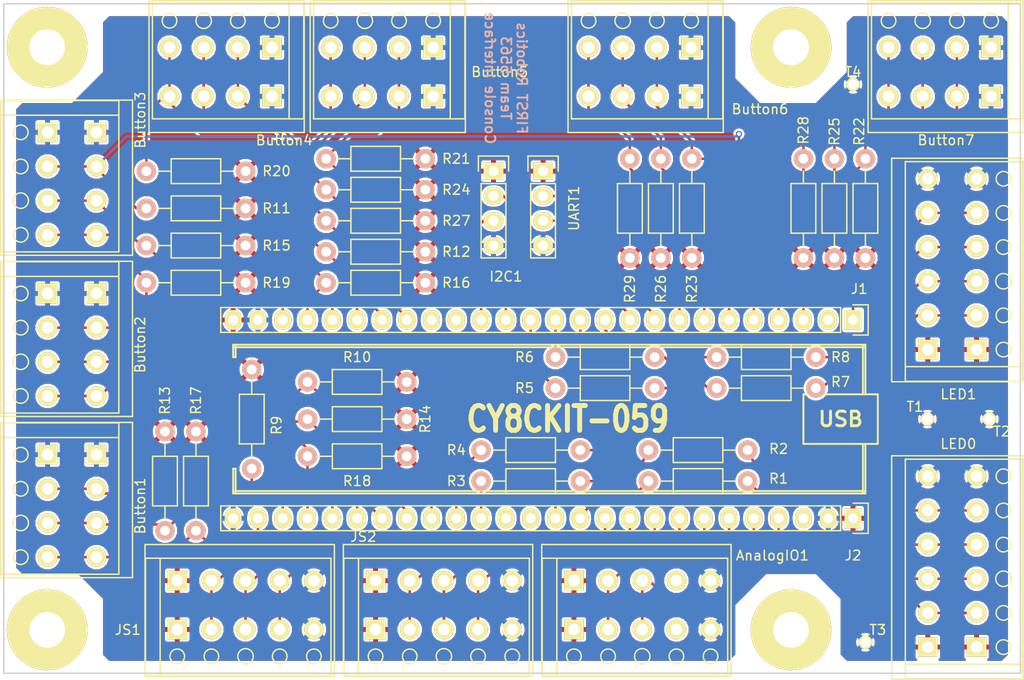
<source format=kicad_pcb>
(kicad_pcb (version 4) (host pcbnew "(2015-10-09 BZR 6257)-product")
  (layers (0 F.Cu signal) (31 B.Cu signal) (34 B.Paste user) (35 F.Paste user) (36 B.SilkS user) (37 F.SilkS user) (38 B.Mask user) (39 F.Mask user) (44 Edge.Cuts user))
  (net 0 "")
  (net 1 /GND)
  (net 2 /P0.7)
  (net 3 /VDD)
  (net 4 /P0.6)
  (net 5 /P3.2)
  (net 6 /P3.0)
  (net 7 /P3.1)
  (net 8 /P3.5)
  (net 9 /P3.3)
  (net 10 /P3.4)
  (net 11 /P2.7)
  (net 12 /P3.6)
  (net 13 /P3.7)
  (net 14 /P1.5)
  (net 15 /P1.7)
  (net 16 /P1.6)
  (net 17 /P1.2)
  (net 18 /P1.4)
  (net 19 /P1.3)
  (net 20 /P2.0)
  (net 21 /P2.3)
  (net 22 /P2.2)
  (net 23 /P2.4)
  (net 24 /P2.6)
  (net 25 /P2.5)
  (net 26 /SDA)
  (net 27 /SCL)
  (net 28 /TXD)
  (net 29 /RCV)
  (net 30 /P12.5)
  (net 31 /P12.4)
  (net 32 /P12.3)
  (net 33 /P12.2)
  (net 34 /P0.5)
  (net 35 /P0.4)
  (net 36 /P0.3)
  (net 37 /P0.2)
  (net 38 /P0.1)
  (net 39 /P0.0)
  (net 40 /P15.5)
  (net 41 /P15.4)
  (net 42 /P15.1)
  (net 43 /P15.0)
  (net 44 "Net-(LED0-Pad4)")
  (net 45 "Net-(LED0-Pad3)")
  (net 46 "Net-(LED0-Pad2)")
  (net 47 "Net-(LED1-Pad4)")
  (net 48 "Net-(LED1-Pad3)")
  (net 49 "Net-(LED1-Pad2)")
  (net 50 "Net-(LED0-Pad5)")
  (net 51 "Net-(LED1-Pad5)")
  (net 52 "Net-(AnalogIO1-Pad4)")
  (module Pin_Headers:Pin_Header_Straight_1x26 (layer F.Cu) (at 127 111.76 270)
    (fp_text reference J1 (at -3.175 -0.635 360) (layer F.SilkS))
    (fp_text value CONN_01X26 hide)
    (pad 1 thru_hole rect (at 0 0 270) (size 2.032 1.7272) (drill 1.016) (layers *.Cu *.Mask F.SilkS) (net 20 /P2.0))
    (pad 2 thru_hole oval (at 0 2.54 270) (size 2.032 1.7272) (drill 1.016) (layers *.Cu *.Mask F.SilkS))
    (pad 3 thru_hole oval (at 0 5.08 270) (size 2.032 1.7272) (drill 1.016) (layers *.Cu *.Mask F.SilkS) (net 22 /P2.2))
    (pad 4 thru_hole oval (at 0 7.62 270) (size 2.032 1.7272) (drill 1.016) (layers *.Cu *.Mask F.SilkS) (net 21 /P2.3))
    (pad 5 thru_hole oval (at 0 10.16 270) (size 2.032 1.7272) (drill 1.016) (layers *.Cu *.Mask F.SilkS) (net 23 /P2.4))
    (pad 6 thru_hole oval (at 0 12.7 270) (size 2.032 1.7272) (drill 1.016) (layers *.Cu *.Mask F.SilkS) (net 25 /P2.5))
    (pad 7 thru_hole oval (at 0 15.24 270) (size 2.032 1.7272) (drill 1.016) (layers *.Cu *.Mask F.SilkS) (net 24 /P2.6))
    (pad 8 thru_hole oval (at 0 17.78 270) (size 2.032 1.7272) (drill 1.016) (layers *.Cu *.Mask F.SilkS) (net 11 /P2.7))
    (pad 9 thru_hole oval (at 0 20.32 270) (size 2.032 1.7272) (drill 1.016) (layers *.Cu *.Mask F.SilkS) (net 28 /TXD))
    (pad 10 thru_hole oval (at 0 22.86 270) (size 2.032 1.7272) (drill 1.016) (layers *.Cu *.Mask F.SilkS) (net 29 /RCV))
    (pad 11 thru_hole oval (at 0 25.4 270) (size 2.032 1.7272) (drill 1.016) (layers *.Cu *.Mask F.SilkS) (net 30 /P12.5))
    (pad 12 thru_hole oval (at 0 27.94 270) (size 2.032 1.7272) (drill 1.016) (layers *.Cu *.Mask F.SilkS) (net 31 /P12.4))
    (pad 13 thru_hole oval (at 0 30.48 270) (size 2.032 1.7272) (drill 1.016) (layers *.Cu *.Mask F.SilkS) (net 32 /P12.3))
    (pad 14 thru_hole oval (at 0 33.02 270) (size 2.032 1.7272) (drill 1.016) (layers *.Cu *.Mask F.SilkS) (net 33 /P12.2))
    (pad 15 thru_hole oval (at 0 35.56 270) (size 2.032 1.7272) (drill 1.016) (layers *.Cu *.Mask F.SilkS) (net 26 /SDA))
    (pad 16 thru_hole oval (at 0 38.1 270) (size 2.032 1.7272) (drill 1.016) (layers *.Cu *.Mask F.SilkS) (net 27 /SCL))
    (pad 17 thru_hole oval (at 0 40.64 270) (size 2.032 1.7272) (drill 1.016) (layers *.Cu *.Mask F.SilkS))
    (pad 18 thru_hole oval (at 0 43.18 270) (size 2.032 1.7272) (drill 1.016) (layers *.Cu *.Mask F.SilkS))
    (pad 19 thru_hole oval (at 0 45.72 270) (size 2.032 1.7272) (drill 1.016) (layers *.Cu *.Mask F.SilkS) (net 17 /P1.2))
    (pad 20 thru_hole oval (at 0 48.26 270) (size 2.032 1.7272) (drill 1.016) (layers *.Cu *.Mask F.SilkS) (net 19 /P1.3))
    (pad 21 thru_hole oval (at 0 50.8 270) (size 2.032 1.7272) (drill 1.016) (layers *.Cu *.Mask F.SilkS) (net 18 /P1.4))
    (pad 22 thru_hole oval (at 0 53.34 270) (size 2.032 1.7272) (drill 1.016) (layers *.Cu *.Mask F.SilkS) (net 14 /P1.5))
    (pad 23 thru_hole oval (at 0 55.88 270) (size 2.032 1.7272) (drill 1.016) (layers *.Cu *.Mask F.SilkS) (net 16 /P1.6))
    (pad 24 thru_hole oval (at 0 58.42 270) (size 2.032 1.7272) (drill 1.016) (layers *.Cu *.Mask F.SilkS) (net 15 /P1.7))
    (pad 25 thru_hole oval (at 0 60.96 270) (size 2.032 1.7272) (drill 1.016) (layers *.Cu *.Mask F.SilkS) (net 1 /GND))
    (pad 26 thru_hole oval (at 0 63.5 270) (size 2.032 1.7272) (drill 1.016) (layers *.Cu *.Mask F.SilkS) (net 3 /VDD))
  )
  (module Pin_Headers:Pin_Header_Straight_1x26 (layer F.Cu) (at 127 132.08 270)
    (fp_text reference J2 (at 3.81 0 360) (layer F.SilkS))
    (fp_text value CONN_01X26 hide)
    (pad 1 thru_hole rect (at 0 0 270) (size 2.032 1.7272) (drill 1.016) (layers *.Cu *.Mask F.SilkS) (net 3 /VDD))
    (pad 2 thru_hole oval (at 0 2.54 270) (size 2.032 1.7272) (drill 1.016) (layers *.Cu *.Mask F.SilkS) (net 1 /GND))
    (pad 3 thru_hole oval (at 0 5.08 270) (size 2.032 1.7272) (drill 1.016) (layers *.Cu *.Mask F.SilkS))
    (pad 4 thru_hole oval (at 0 7.62 270) (size 2.032 1.7272) (drill 1.016) (layers *.Cu *.Mask F.SilkS) (net 2 /P0.7))
    (pad 5 thru_hole oval (at 0 10.16 270) (size 2.032 1.7272) (drill 1.016) (layers *.Cu *.Mask F.SilkS) (net 4 /P0.6))
    (pad 6 thru_hole oval (at 0 12.7 270) (size 2.032 1.7272) (drill 1.016) (layers *.Cu *.Mask F.SilkS) (net 34 /P0.5))
    (pad 7 thru_hole oval (at 0 15.24 270) (size 2.032 1.7272) (drill 1.016) (layers *.Cu *.Mask F.SilkS) (net 35 /P0.4))
    (pad 8 thru_hole oval (at 0 17.78 270) (size 2.032 1.7272) (drill 1.016) (layers *.Cu *.Mask F.SilkS) (net 36 /P0.3))
    (pad 9 thru_hole oval (at 0 20.32 270) (size 2.032 1.7272) (drill 1.016) (layers *.Cu *.Mask F.SilkS) (net 37 /P0.2))
    (pad 10 thru_hole oval (at 0 22.86 270) (size 2.032 1.7272) (drill 1.016) (layers *.Cu *.Mask F.SilkS) (net 38 /P0.1))
    (pad 11 thru_hole oval (at 0 25.4 270) (size 2.032 1.7272) (drill 1.016) (layers *.Cu *.Mask F.SilkS) (net 39 /P0.0))
    (pad 12 thru_hole oval (at 0 27.94 270) (size 2.032 1.7272) (drill 1.016) (layers *.Cu *.Mask F.SilkS) (net 40 /P15.5))
    (pad 13 thru_hole oval (at 0 30.48 270) (size 2.032 1.7272) (drill 1.016) (layers *.Cu *.Mask F.SilkS) (net 41 /P15.4))
    (pad 14 thru_hole oval (at 0 33.02 270) (size 2.032 1.7272) (drill 1.016) (layers *.Cu *.Mask F.SilkS))
    (pad 15 thru_hole oval (at 0 35.56 270) (size 2.032 1.7272) (drill 1.016) (layers *.Cu *.Mask F.SilkS))
    (pad 16 thru_hole oval (at 0 38.1 270) (size 2.032 1.7272) (drill 1.016) (layers *.Cu *.Mask F.SilkS) (net 42 /P15.1))
    (pad 17 thru_hole oval (at 0 40.64 270) (size 2.032 1.7272) (drill 1.016) (layers *.Cu *.Mask F.SilkS) (net 43 /P15.0))
    (pad 18 thru_hole oval (at 0 43.18 270) (size 2.032 1.7272) (drill 1.016) (layers *.Cu *.Mask F.SilkS) (net 13 /P3.7))
    (pad 19 thru_hole oval (at 0 45.72 270) (size 2.032 1.7272) (drill 1.016) (layers *.Cu *.Mask F.SilkS) (net 12 /P3.6))
    (pad 20 thru_hole oval (at 0 48.26 270) (size 2.032 1.7272) (drill 1.016) (layers *.Cu *.Mask F.SilkS) (net 8 /P3.5))
    (pad 21 thru_hole oval (at 0 50.8 270) (size 2.032 1.7272) (drill 1.016) (layers *.Cu *.Mask F.SilkS) (net 10 /P3.4))
    (pad 22 thru_hole oval (at 0 53.34 270) (size 2.032 1.7272) (drill 1.016) (layers *.Cu *.Mask F.SilkS) (net 9 /P3.3))
    (pad 23 thru_hole oval (at 0 55.88 270) (size 2.032 1.7272) (drill 1.016) (layers *.Cu *.Mask F.SilkS) (net 5 /P3.2))
    (pad 24 thru_hole oval (at 0 58.42 270) (size 2.032 1.7272) (drill 1.016) (layers *.Cu *.Mask F.SilkS) (net 7 /P3.1))
    (pad 25 thru_hole oval (at 0 60.96 270) (size 2.032 1.7272) (drill 1.016) (layers *.Cu *.Mask F.SilkS) (net 6 /P3.0))
    (pad 26 thru_hole oval (at 0 63.5 270) (size 2.032 1.7272) (drill 1.016) (layers *.Cu *.Mask F.SilkS) (net 1 /GND))
  )
  (module Aglets:MH-No6-3p5 (layer F.Cu) (at 44.45 143.51)
    (fp_text reference B1 hide)
    (fp_text value HOLE hide)
    (pad 1 thru_hole circle (at 0 0) (size 8.255 8.255) (drill 3.6576) (layers *.Cu *.Mask F.SilkS))
  )
  (module Aglets:MH-No6-3p5 (layer F.Cu) (at 120.65 143.51)
    (fp_text reference B2 hide)
    (fp_text value HOLE hide)
    (pad 1 thru_hole circle (at 0 0) (size 8.255 8.255) (drill 3.6576) (layers *.Cu *.Mask F.SilkS))
  )
  (module Aglets:MH-No6-3p5 (layer F.Cu) (at 44.45 83.82)
    (fp_text reference B3 hide)
    (fp_text value HOLE hide)
    (pad 1 thru_hole circle (at 0 0) (size 8.255 8.255) (drill 3.6576) (layers *.Cu *.Mask F.SilkS))
  )
  (module Aglets:MH-No6-3p5 (layer F.Cu) (at 120.65 83.82)
    (fp_text reference B4 hide)
    (fp_text value HOLE hide)
    (pad 1 thru_hole circle (at 0 0) (size 8.255 8.255) (drill 3.6576) (layers *.Cu *.Mask F.SilkS))
  )
  (module Resistors_ThroughHole:Resistor_Horizontal_RM10mm (layer F.Cu) (at 111.125 128.27)
    (fp_text reference R1 (at 8.255 -0.254) (layer F.SilkS))
    (fp_text value 330)
    (pad 1 thru_hole circle (at -5.08 0) (size 1.99898 1.99898) (drill 1.00076) (layers *.Cu *.SilkS *.Mask) (net 40 /P15.5))
    (pad 2 thru_hole circle (at 5.08 0) (size 1.99898 1.99898) (drill 1.00076) (layers *.Cu *.SilkS *.Mask) (net 46 "Net-(LED0-Pad2)"))
  )
  (module Resistors_ThroughHole:Resistor_Horizontal_RM10mm (layer F.Cu) (at 111.125 125.095)
    (fp_text reference R2 (at 8.255 -0.127) (layer F.SilkS))
    (fp_text value 330)
    (pad 1 thru_hole circle (at -5.08 0) (size 1.99898 1.99898) (drill 1.00076) (layers *.Cu *.SilkS *.Mask) (net 41 /P15.4))
    (pad 2 thru_hole circle (at 5.08 0) (size 1.99898 1.99898) (drill 1.00076) (layers *.Cu *.SilkS *.Mask) (net 45 "Net-(LED0-Pad3)"))
  )
  (module Resistors_ThroughHole:Resistor_Horizontal_RM10mm (layer F.Cu) (at 93.98 128.27)
    (fp_text reference R3 (at -7.62 0) (layer F.SilkS))
    (fp_text value 330)
    (pad 1 thru_hole circle (at -5.08 0) (size 1.99898 1.99898) (drill 1.00076) (layers *.Cu *.SilkS *.Mask) (net 42 /P15.1))
    (pad 2 thru_hole circle (at 5.08 0) (size 1.99898 1.99898) (drill 1.00076) (layers *.Cu *.SilkS *.Mask) (net 44 "Net-(LED0-Pad4)"))
  )
  (module Resistors_ThroughHole:Resistor_Horizontal_RM10mm (layer F.Cu) (at 93.98 125.095)
    (fp_text reference R4 (at -7.62 0) (layer F.SilkS))
    (fp_text value 330)
    (pad 1 thru_hole circle (at -5.08 0) (size 1.99898 1.99898) (drill 1.00076) (layers *.Cu *.SilkS *.Mask) (net 43 /P15.0))
    (pad 2 thru_hole circle (at 5.08 0) (size 1.99898 1.99898) (drill 1.00076) (layers *.Cu *.SilkS *.Mask) (net 50 "Net-(LED0-Pad5)"))
  )
  (module Resistors_ThroughHole:Resistor_Horizontal_RM10mm (layer F.Cu) (at 101.6 118.745)
    (fp_text reference R5 (at -8.255 0) (layer F.SilkS))
    (fp_text value 330)
    (pad 1 thru_hole circle (at -5.08 0) (size 1.99898 1.99898) (drill 1.00076) (layers *.Cu *.SilkS *.Mask) (net 33 /P12.2))
    (pad 2 thru_hole circle (at 5.08 0) (size 1.99898 1.99898) (drill 1.00076) (layers *.Cu *.SilkS *.Mask) (net 49 "Net-(LED1-Pad2)"))
  )
  (module Resistors_ThroughHole:Resistor_Horizontal_RM10mm (layer F.Cu) (at 101.6 115.57)
    (fp_text reference R6 (at -8.255 0) (layer F.SilkS))
    (fp_text value 330)
    (pad 1 thru_hole circle (at -5.08 0) (size 1.99898 1.99898) (drill 1.00076) (layers *.Cu *.SilkS *.Mask) (net 32 /P12.3))
    (pad 2 thru_hole circle (at 5.08 0) (size 1.99898 1.99898) (drill 1.00076) (layers *.Cu *.SilkS *.Mask) (net 48 "Net-(LED1-Pad3)"))
  )
  (module Resistors_ThroughHole:Resistor_Horizontal_RM10mm (layer F.Cu) (at 118.11 118.745)
    (fp_text reference R7 (at 7.62 -0.635) (layer F.SilkS))
    (fp_text value 330)
    (pad 1 thru_hole circle (at -5.08 0) (size 1.99898 1.99898) (drill 1.00076) (layers *.Cu *.SilkS *.Mask) (net 31 /P12.4))
    (pad 2 thru_hole circle (at 5.08 0) (size 1.99898 1.99898) (drill 1.00076) (layers *.Cu *.SilkS *.Mask) (net 47 "Net-(LED1-Pad4)"))
  )
  (module Resistors_ThroughHole:Resistor_Horizontal_RM10mm (layer F.Cu) (at 118.11 115.57)
    (fp_text reference R8 (at 7.62 0) (layer F.SilkS))
    (fp_text value 330)
    (pad 1 thru_hole circle (at -5.08 0) (size 1.99898 1.99898) (drill 1.00076) (layers *.Cu *.SilkS *.Mask) (net 30 /P12.5))
    (pad 2 thru_hole circle (at 5.08 0) (size 1.99898 1.99898) (drill 1.00076) (layers *.Cu *.SilkS *.Mask) (net 51 "Net-(LED1-Pad5)"))
  )
  (module Resistors_ThroughHole:Resistor_Horizontal_RM10mm (layer F.Cu) (at 65.405 121.92 270)
    (fp_text reference R9 (at 0.635 -2.54 270) (layer F.SilkS))
    (fp_text value 4.7K)
    (pad 1 thru_hole circle (at -5.08 0 270) (size 1.99898 1.99898) (drill 1.00076) (layers *.Cu *.SilkS *.Mask) (net 3 /VDD))
    (pad 2 thru_hole circle (at 5.08 0 270) (size 1.99898 1.99898) (drill 1.00076) (layers *.Cu *.SilkS *.Mask) (net 5 /P3.2))
  )
  (module Resistors_ThroughHole:Resistor_Horizontal_RM10mm (layer F.Cu) (at 76.2 118.11 180)
    (fp_text reference R10 (at 0 2.54 180) (layer F.SilkS))
    (fp_text value 4.7K)
    (pad 1 thru_hole circle (at -5.08 0 180) (size 1.99898 1.99898) (drill 1.00076) (layers *.Cu *.SilkS *.Mask) (net 3 /VDD))
    (pad 2 thru_hole circle (at 5.08 0 180) (size 1.99898 1.99898) (drill 1.00076) (layers *.Cu *.SilkS *.Mask) (net 8 /P3.5))
  )
  (module Resistors_ThroughHole:Resistor_Horizontal_RM10mm (layer F.Cu) (at 59.69 100.33 180)
    (fp_text reference R11 (at -8.255 0 180) (layer F.SilkS))
    (fp_text value 4.7K)
    (pad 1 thru_hole circle (at -5.08 0 180) (size 1.99898 1.99898) (drill 1.00076) (layers *.Cu *.SilkS *.Mask) (net 3 /VDD))
    (pad 2 thru_hole circle (at 5.08 0 180) (size 1.99898 1.99898) (drill 1.00076) (layers *.Cu *.SilkS *.Mask) (net 23 /P2.4))
  )
  (module Resistors_ThroughHole:Resistor_Horizontal_RM10mm (layer F.Cu) (at 78.105 104.775 180)
    (fp_text reference R12 (at -8.255 0 180) (layer F.SilkS))
    (fp_text value 4.7K)
    (pad 1 thru_hole circle (at -5.08 0 180) (size 1.99898 1.99898) (drill 1.00076) (layers *.Cu *.SilkS *.Mask) (net 3 /VDD))
    (pad 2 thru_hole circle (at 5.08 0 180) (size 1.99898 1.99898) (drill 1.00076) (layers *.Cu *.SilkS *.Mask) (net 14 /P1.5))
  )
  (module Resistors_ThroughHole:Resistor_Horizontal_RM10mm (layer F.Cu) (at 56.515 128.27 270)
    (fp_text reference R13 (at -8.255 0 270) (layer F.SilkS))
    (fp_text value 4.7K)
    (pad 1 thru_hole circle (at -5.08 0 270) (size 1.99898 1.99898) (drill 1.00076) (layers *.Cu *.SilkS *.Mask) (net 3 /VDD))
    (pad 2 thru_hole circle (at 5.08 0 270) (size 1.99898 1.99898) (drill 1.00076) (layers *.Cu *.SilkS *.Mask) (net 7 /P3.1))
  )
  (module Resistors_ThroughHole:Resistor_Horizontal_RM10mm (layer F.Cu) (at 76.2 121.92 180)
    (fp_text reference R14 (at -6.985 0 270) (layer F.SilkS))
    (fp_text value 4.7K)
    (pad 1 thru_hole circle (at -5.08 0 180) (size 1.99898 1.99898) (drill 1.00076) (layers *.Cu *.SilkS *.Mask) (net 3 /VDD))
    (pad 2 thru_hole circle (at 5.08 0 180) (size 1.99898 1.99898) (drill 1.00076) (layers *.Cu *.SilkS *.Mask) (net 10 /P3.4))
  )
  (module Resistors_ThroughHole:Resistor_Horizontal_RM10mm (layer F.Cu) (at 59.69 104.14 180)
    (fp_text reference R15 (at -8.255 0 180) (layer F.SilkS))
    (fp_text value 4.7K)
    (pad 1 thru_hole circle (at -5.08 0 180) (size 1.99898 1.99898) (drill 1.00076) (layers *.Cu *.SilkS *.Mask) (net 3 /VDD))
    (pad 2 thru_hole circle (at 5.08 0 180) (size 1.99898 1.99898) (drill 1.00076) (layers *.Cu *.SilkS *.Mask) (net 13 /P3.7))
  )
  (module Resistors_ThroughHole:Resistor_Horizontal_RM10mm (layer F.Cu) (at 78.105 107.95 180)
    (fp_text reference R16 (at -8.255 0 360) (layer F.SilkS))
    (fp_text value 4.7K)
    (pad 1 thru_hole circle (at -5.08 0 180) (size 1.99898 1.99898) (drill 1.00076) (layers *.Cu *.SilkS *.Mask) (net 3 /VDD))
    (pad 2 thru_hole circle (at 5.08 0 180) (size 1.99898 1.99898) (drill 1.00076) (layers *.Cu *.SilkS *.Mask) (net 16 /P1.6))
  )
  (module Resistors_ThroughHole:Resistor_Horizontal_RM10mm (layer F.Cu) (at 59.69 128.27 270)
    (fp_text reference R17 (at -8.255 0 270) (layer F.SilkS))
    (fp_text value 4.7K)
    (pad 1 thru_hole circle (at -5.08 0 270) (size 1.99898 1.99898) (drill 1.00076) (layers *.Cu *.SilkS *.Mask) (net 3 /VDD))
    (pad 2 thru_hole circle (at 5.08 0 270) (size 1.99898 1.99898) (drill 1.00076) (layers *.Cu *.SilkS *.Mask) (net 6 /P3.0))
  )
  (module Resistors_ThroughHole:Resistor_Horizontal_RM10mm (layer F.Cu) (at 76.2 125.73 180)
    (fp_text reference R18 (at 0 -2.54 180) (layer F.SilkS))
    (fp_text value 4.7K)
    (pad 1 thru_hole circle (at -5.08 0 180) (size 1.99898 1.99898) (drill 1.00076) (layers *.Cu *.SilkS *.Mask) (net 3 /VDD))
    (pad 2 thru_hole circle (at 5.08 0 180) (size 1.99898 1.99898) (drill 1.00076) (layers *.Cu *.SilkS *.Mask) (net 9 /P3.3))
  )
  (module Resistors_ThroughHole:Resistor_Horizontal_RM10mm (layer F.Cu) (at 59.69 107.95 180)
    (fp_text reference R19 (at -8.255 0 180) (layer F.SilkS))
    (fp_text value 4.7K)
    (pad 1 thru_hole circle (at -5.08 0 180) (size 1.99898 1.99898) (drill 1.00076) (layers *.Cu *.SilkS *.Mask) (net 3 /VDD))
    (pad 2 thru_hole circle (at 5.08 0 180) (size 1.99898 1.99898) (drill 1.00076) (layers *.Cu *.SilkS *.Mask) (net 12 /P3.6))
  )
  (module Resistors_ThroughHole:Resistor_Horizontal_RM10mm (layer F.Cu) (at 59.69 96.52 180)
    (fp_text reference R20 (at -8.255 0 180) (layer F.SilkS))
    (fp_text value 4.7K)
    (pad 1 thru_hole circle (at -5.08 0 180) (size 1.99898 1.99898) (drill 1.00076) (layers *.Cu *.SilkS *.Mask) (net 3 /VDD))
    (pad 2 thru_hole circle (at 5.08 0 180) (size 1.99898 1.99898) (drill 1.00076) (layers *.Cu *.SilkS *.Mask) (net 15 /P1.7))
  )
  (module Resistors_ThroughHole:Resistor_Horizontal_RM10mm (layer F.Cu) (at 78.105 95.25 180)
    (fp_text reference R21 (at -8.255 0 180) (layer F.SilkS))
    (fp_text value 4.7K)
    (pad 1 thru_hole circle (at -5.08 0 180) (size 1.99898 1.99898) (drill 1.00076) (layers *.Cu *.SilkS *.Mask) (net 3 /VDD))
    (pad 2 thru_hole circle (at 5.08 0 180) (size 1.99898 1.99898) (drill 1.00076) (layers *.Cu *.SilkS *.Mask) (net 17 /P1.2))
  )
  (module Resistors_ThroughHole:Resistor_Horizontal_RM10mm (layer F.Cu) (at 128.27 100.33 90)
    (fp_text reference R22 (at 7.874 -0.635 90) (layer F.SilkS))
    (fp_text value 4.7K)
    (pad 1 thru_hole circle (at -5.08 0 90) (size 1.99898 1.99898) (drill 1.00076) (layers *.Cu *.SilkS *.Mask) (net 3 /VDD))
    (pad 2 thru_hole circle (at 5.08 0 90) (size 1.99898 1.99898) (drill 1.00076) (layers *.Cu *.SilkS *.Mask) (net 20 /P2.0))
  )
  (module Resistors_ThroughHole:Resistor_Horizontal_RM10mm (layer F.Cu) (at 110.49 100.33 90)
    (fp_text reference R23 (at -8.255 0 90) (layer F.SilkS))
    (fp_text value 4.7K)
    (pad 1 thru_hole circle (at -5.08 0 90) (size 1.99898 1.99898) (drill 1.00076) (layers *.Cu *.SilkS *.Mask) (net 3 /VDD))
    (pad 2 thru_hole circle (at 5.08 0 90) (size 1.99898 1.99898) (drill 1.00076) (layers *.Cu *.SilkS *.Mask) (net 25 /P2.5))
  )
  (module Resistors_ThroughHole:Resistor_Horizontal_RM10mm (layer F.Cu) (at 78.105 98.425 180)
    (fp_text reference R24 (at -8.255 0 180) (layer F.SilkS))
    (fp_text value 4.7K)
    (pad 1 thru_hole circle (at -5.08 0 180) (size 1.99898 1.99898) (drill 1.00076) (layers *.Cu *.SilkS *.Mask) (net 3 /VDD))
    (pad 2 thru_hole circle (at 5.08 0 180) (size 1.99898 1.99898) (drill 1.00076) (layers *.Cu *.SilkS *.Mask) (net 19 /P1.3))
  )
  (module Resistors_ThroughHole:Resistor_Horizontal_RM10mm (layer F.Cu) (at 125.095 100.33 90)
    (fp_text reference R25 (at 7.874 0 90) (layer F.SilkS))
    (fp_text value 4.7K)
    (pad 1 thru_hole circle (at -5.08 0 90) (size 1.99898 1.99898) (drill 1.00076) (layers *.Cu *.SilkS *.Mask) (net 3 /VDD))
    (pad 2 thru_hole circle (at 5.08 0 90) (size 1.99898 1.99898) (drill 1.00076) (layers *.Cu *.SilkS *.Mask) (net 22 /P2.2))
  )
  (module Resistors_ThroughHole:Resistor_Horizontal_RM10mm (layer F.Cu) (at 107.315 100.33 90)
    (fp_text reference R26 (at -8.255 0 90) (layer F.SilkS))
    (fp_text value 4.7K)
    (pad 1 thru_hole circle (at -5.08 0 90) (size 1.99898 1.99898) (drill 1.00076) (layers *.Cu *.SilkS *.Mask) (net 3 /VDD))
    (pad 2 thru_hole circle (at 5.08 0 90) (size 1.99898 1.99898) (drill 1.00076) (layers *.Cu *.SilkS *.Mask) (net 24 /P2.6))
  )
  (module Resistors_ThroughHole:Resistor_Horizontal_RM10mm (layer F.Cu) (at 78.105 101.6 180)
    (fp_text reference R27 (at -8.255 0 180) (layer F.SilkS))
    (fp_text value 4.7K)
    (pad 1 thru_hole circle (at -5.08 0 180) (size 1.99898 1.99898) (drill 1.00076) (layers *.Cu *.SilkS *.Mask) (net 3 /VDD))
    (pad 2 thru_hole circle (at 5.08 0 180) (size 1.99898 1.99898) (drill 1.00076) (layers *.Cu *.SilkS *.Mask) (net 18 /P1.4))
  )
  (module Resistors_ThroughHole:Resistor_Horizontal_RM10mm (layer F.Cu) (at 121.92 100.33 90)
    (fp_text reference R28 (at 8.001 0 90) (layer F.SilkS))
    (fp_text value 4.7K)
    (pad 1 thru_hole circle (at -5.08 0 90) (size 1.99898 1.99898) (drill 1.00076) (layers *.Cu *.SilkS *.Mask) (net 3 /VDD))
    (pad 2 thru_hole circle (at 5.08 0 90) (size 1.99898 1.99898) (drill 1.00076) (layers *.Cu *.SilkS *.Mask) (net 21 /P2.3))
  )
  (module Resistors_ThroughHole:Resistor_Horizontal_RM10mm (layer F.Cu) (at 104.14 100.33 90)
    (fp_text reference R29 (at -8.255 0 90) (layer F.SilkS))
    (fp_text value 4.7K)
    (pad 1 thru_hole circle (at -5.08 0 90) (size 1.99898 1.99898) (drill 1.00076) (layers *.Cu *.SilkS *.Mask) (net 3 /VDD))
    (pad 2 thru_hole circle (at 5.08 0 90) (size 1.99898 1.99898) (drill 1.00076) (layers *.Cu *.SilkS *.Mask) (net 11 /P2.7))
  )
  (module Aglets:PTSA-5 (layer F.Cu) (at 105.41 140.97)
    (fp_text reference AnalogIO1 (at 13.335 -5.08) (layer F.SilkS))
    (fp_text value CONN_01X05)
    (pad 1 thru_hole rect (at -7 2.5) (size 2 2) (drill 1.2) (layers *.Cu *.Mask F.SilkS) (net 3 /VDD))
    (pad 1 thru_hole rect (at -7 -2.5) (size 2 2) (drill 1.2) (layers *.Cu *.Mask F.SilkS) (net 3 /VDD))
    (pad 2 thru_hole circle (at -3.5 2.5) (size 2 2) (drill 1.2) (layers *.Cu *.Mask F.SilkS) (net 4 /P0.6))
    (pad 2 thru_hole circle (at -3.5 -2.5) (size 2 2) (drill 1.2) (layers *.Cu *.Mask F.SilkS) (net 4 /P0.6))
    (pad 3 thru_hole circle (at 0 2.5) (size 2 2) (drill 1.2) (layers *.Cu *.Mask F.SilkS) (net 2 /P0.7))
    (pad 3 thru_hole circle (at 0 -2.5) (size 2 2) (drill 1.2) (layers *.Cu *.Mask F.SilkS) (net 2 /P0.7))
    (pad 4 thru_hole circle (at 3.5 2.5) (size 2 2) (drill 1.2) (layers *.Cu *.Mask F.SilkS) (net 52 "Net-(AnalogIO1-Pad4)"))
    (pad 4 thru_hole circle (at 3.5 -2.5) (size 2 2) (drill 1.2) (layers *.Cu *.Mask F.SilkS) (net 52 "Net-(AnalogIO1-Pad4)"))
    (pad 5 thru_hole circle (at 7 2.5) (size 2 2) (drill 1.2) (layers *.Cu *.Mask F.SilkS) (net 1 /GND))
    (pad 5 thru_hole circle (at 7 -2.5) (size 2 2) (drill 1.2) (layers *.Cu *.Mask F.SilkS) (net 1 /GND))
  )
  (module Aglets:PTSA-4 (layer F.Cu) (at 46.99 130.81 270)
    (fp_text reference Button1 (at 0 -6.985 270) (layer F.SilkS))
    (fp_text value CONN_01X04)
    (pad 1 thru_hole rect (at -5.25 2.5 270) (size 2 2) (drill 1.2) (layers *.Cu *.Mask F.SilkS) (net 1 /GND))
    (pad 1 thru_hole rect (at -5.25 -2.5 270) (size 2 2) (drill 1.2) (layers *.Cu *.Mask F.SilkS) (net 1 /GND))
    (pad 2 thru_hole circle (at -1.75 2.5 270) (size 2 2) (drill 1.2) (layers *.Cu *.Mask F.SilkS) (net 5 /P3.2))
    (pad 2 thru_hole circle (at -1.75 -2.5 270) (size 2 2) (drill 1.2) (layers *.Cu *.Mask F.SilkS) (net 5 /P3.2))
    (pad 3 thru_hole circle (at 1.75 2.5 270) (size 2 2) (drill 1.2) (layers *.Cu *.Mask F.SilkS) (net 7 /P3.1))
    (pad 3 thru_hole circle (at 1.75 -2.5 270) (size 2 2) (drill 1.2) (layers *.Cu *.Mask F.SilkS) (net 7 /P3.1))
    (pad 4 thru_hole circle (at 5.25 2.5 270) (size 2 2) (drill 1.2) (layers *.Cu *.Mask F.SilkS) (net 6 /P3.0))
    (pad 4 thru_hole circle (at 5.25 -2.5 270) (size 2 2) (drill 1.2) (layers *.Cu *.Mask F.SilkS) (net 6 /P3.0))
  )
  (module Aglets:PTSA-4 (layer F.Cu) (at 46.99 114.3 270)
    (fp_text reference Button2 (at 0 -6.985 270) (layer F.SilkS))
    (fp_text value CONN_01X04)
    (pad 1 thru_hole rect (at -5.25 2.5 270) (size 2 2) (drill 1.2) (layers *.Cu *.Mask F.SilkS) (net 1 /GND))
    (pad 1 thru_hole rect (at -5.25 -2.5 270) (size 2 2) (drill 1.2) (layers *.Cu *.Mask F.SilkS) (net 1 /GND))
    (pad 2 thru_hole circle (at -1.75 2.5 270) (size 2 2) (drill 1.2) (layers *.Cu *.Mask F.SilkS) (net 8 /P3.5))
    (pad 2 thru_hole circle (at -1.75 -2.5 270) (size 2 2) (drill 1.2) (layers *.Cu *.Mask F.SilkS) (net 8 /P3.5))
    (pad 3 thru_hole circle (at 1.75 2.5 270) (size 2 2) (drill 1.2) (layers *.Cu *.Mask F.SilkS) (net 10 /P3.4))
    (pad 3 thru_hole circle (at 1.75 -2.5 270) (size 2 2) (drill 1.2) (layers *.Cu *.Mask F.SilkS) (net 10 /P3.4))
    (pad 4 thru_hole circle (at 5.25 2.5 270) (size 2 2) (drill 1.2) (layers *.Cu *.Mask F.SilkS) (net 9 /P3.3))
    (pad 4 thru_hole circle (at 5.25 -2.5 270) (size 2 2) (drill 1.2) (layers *.Cu *.Mask F.SilkS) (net 9 /P3.3))
  )
  (module Aglets:PTSA-4 (layer F.Cu) (at 46.99 97.79 270)
    (fp_text reference Button3 (at -6.5 -7 270) (layer F.SilkS))
    (fp_text value CONN_01X04)
    (pad 1 thru_hole rect (at -5.25 2.5 270) (size 2 2) (drill 1.2) (layers *.Cu *.Mask F.SilkS) (net 1 /GND))
    (pad 1 thru_hole rect (at -5.25 -2.5 270) (size 2 2) (drill 1.2) (layers *.Cu *.Mask F.SilkS) (net 1 /GND))
    (pad 2 thru_hole circle (at -1.75 2.5 270) (size 2 2) (drill 1.2) (layers *.Cu *.Mask F.SilkS) (net 23 /P2.4))
    (pad 2 thru_hole circle (at -1.75 -2.5 270) (size 2 2) (drill 1.2) (layers *.Cu *.Mask F.SilkS) (net 23 /P2.4))
    (pad 3 thru_hole circle (at 1.75 2.5 270) (size 2 2) (drill 1.2) (layers *.Cu *.Mask F.SilkS) (net 13 /P3.7))
    (pad 3 thru_hole circle (at 1.75 -2.5 270) (size 2 2) (drill 1.2) (layers *.Cu *.Mask F.SilkS) (net 13 /P3.7))
    (pad 4 thru_hole circle (at 5.25 2.5 270) (size 2 2) (drill 1.2) (layers *.Cu *.Mask F.SilkS) (net 12 /P3.6))
    (pad 4 thru_hole circle (at 5.25 -2.5 270) (size 2 2) (drill 1.2) (layers *.Cu *.Mask F.SilkS) (net 12 /P3.6))
  )
  (module Aglets:PTSA-4 (layer F.Cu) (at 62.23 86.36 180)
    (fp_text reference Button4 (at -6.5 -7 180) (layer F.SilkS))
    (fp_text value CONN_01X04)
    (pad 1 thru_hole rect (at -5.25 2.5 180) (size 2 2) (drill 1.2) (layers *.Cu *.Mask F.SilkS) (net 1 /GND))
    (pad 1 thru_hole rect (at -5.25 -2.5 180) (size 2 2) (drill 1.2) (layers *.Cu *.Mask F.SilkS) (net 1 /GND))
    (pad 2 thru_hole circle (at -1.75 2.5 180) (size 2 2) (drill 1.2) (layers *.Cu *.Mask F.SilkS) (net 14 /P1.5))
    (pad 2 thru_hole circle (at -1.75 -2.5 180) (size 2 2) (drill 1.2) (layers *.Cu *.Mask F.SilkS) (net 14 /P1.5))
    (pad 3 thru_hole circle (at 1.75 2.5 180) (size 2 2) (drill 1.2) (layers *.Cu *.Mask F.SilkS) (net 16 /P1.6))
    (pad 3 thru_hole circle (at 1.75 -2.5 180) (size 2 2) (drill 1.2) (layers *.Cu *.Mask F.SilkS) (net 16 /P1.6))
    (pad 4 thru_hole circle (at 5.25 2.5 180) (size 2 2) (drill 1.2) (layers *.Cu *.Mask F.SilkS) (net 15 /P1.7))
    (pad 4 thru_hole circle (at 5.25 -2.5 180) (size 2 2) (drill 1.2) (layers *.Cu *.Mask F.SilkS) (net 15 /P1.7))
  )
  (module Aglets:PTSA-4 (layer F.Cu) (at 78.74 86.36 180)
    (fp_text reference Button5 (at -12.065 0 180) (layer F.SilkS))
    (fp_text value CONN_01X04)
    (pad 1 thru_hole rect (at -5.25 2.5 180) (size 2 2) (drill 1.2) (layers *.Cu *.Mask F.SilkS) (net 1 /GND))
    (pad 1 thru_hole rect (at -5.25 -2.5 180) (size 2 2) (drill 1.2) (layers *.Cu *.Mask F.SilkS) (net 1 /GND))
    (pad 2 thru_hole circle (at -1.75 2.5 180) (size 2 2) (drill 1.2) (layers *.Cu *.Mask F.SilkS) (net 17 /P1.2))
    (pad 2 thru_hole circle (at -1.75 -2.5 180) (size 2 2) (drill 1.2) (layers *.Cu *.Mask F.SilkS) (net 17 /P1.2))
    (pad 3 thru_hole circle (at 1.75 2.5 180) (size 2 2) (drill 1.2) (layers *.Cu *.Mask F.SilkS) (net 19 /P1.3))
    (pad 3 thru_hole circle (at 1.75 -2.5 180) (size 2 2) (drill 1.2) (layers *.Cu *.Mask F.SilkS) (net 19 /P1.3))
    (pad 4 thru_hole circle (at 5.25 2.5 180) (size 2 2) (drill 1.2) (layers *.Cu *.Mask F.SilkS) (net 18 /P1.4))
    (pad 4 thru_hole circle (at 5.25 -2.5 180) (size 2 2) (drill 1.2) (layers *.Cu *.Mask F.SilkS) (net 18 /P1.4))
  )
  (module Aglets:PTSA-4 (layer F.Cu) (at 105.156 86.36 180)
    (fp_text reference Button6 (at -12.319 -3.81 180) (layer F.SilkS))
    (fp_text value CONN_01X04)
    (pad 1 thru_hole rect (at -5.25 2.5 180) (size 2 2) (drill 1.2) (layers *.Cu *.Mask F.SilkS) (net 1 /GND))
    (pad 1 thru_hole rect (at -5.25 -2.5 180) (size 2 2) (drill 1.2) (layers *.Cu *.Mask F.SilkS) (net 1 /GND))
    (pad 2 thru_hole circle (at -1.75 2.5 180) (size 2 2) (drill 1.2) (layers *.Cu *.Mask F.SilkS) (net 25 /P2.5))
    (pad 2 thru_hole circle (at -1.75 -2.5 180) (size 2 2) (drill 1.2) (layers *.Cu *.Mask F.SilkS) (net 25 /P2.5))
    (pad 3 thru_hole circle (at 1.75 2.5 180) (size 2 2) (drill 1.2) (layers *.Cu *.Mask F.SilkS) (net 24 /P2.6))
    (pad 3 thru_hole circle (at 1.75 -2.5 180) (size 2 2) (drill 1.2) (layers *.Cu *.Mask F.SilkS) (net 24 /P2.6))
    (pad 4 thru_hole circle (at 5.25 2.5 180) (size 2 2) (drill 1.2) (layers *.Cu *.Mask F.SilkS) (net 11 /P2.7))
    (pad 4 thru_hole circle (at 5.25 -2.5 180) (size 2 2) (drill 1.2) (layers *.Cu *.Mask F.SilkS) (net 11 /P2.7))
  )
  (module Aglets:PTSA-4 (layer F.Cu) (at 135.89 86.36 180)
    (fp_text reference Button7 (at -0.635 -6.985 180) (layer F.SilkS))
    (fp_text value CONN_01X04)
    (pad 1 thru_hole rect (at -5.25 2.5 180) (size 2 2) (drill 1.2) (layers *.Cu *.Mask F.SilkS) (net 1 /GND))
    (pad 1 thru_hole rect (at -5.25 -2.5 180) (size 2 2) (drill 1.2) (layers *.Cu *.Mask F.SilkS) (net 1 /GND))
    (pad 2 thru_hole circle (at -1.75 2.5 180) (size 2 2) (drill 1.2) (layers *.Cu *.Mask F.SilkS) (net 20 /P2.0))
    (pad 2 thru_hole circle (at -1.75 -2.5 180) (size 2 2) (drill 1.2) (layers *.Cu *.Mask F.SilkS) (net 20 /P2.0))
    (pad 3 thru_hole circle (at 1.75 2.5 180) (size 2 2) (drill 1.2) (layers *.Cu *.Mask F.SilkS) (net 22 /P2.2))
    (pad 3 thru_hole circle (at 1.75 -2.5 180) (size 2 2) (drill 1.2) (layers *.Cu *.Mask F.SilkS) (net 22 /P2.2))
    (pad 4 thru_hole circle (at 5.25 2.5 180) (size 2 2) (drill 1.2) (layers *.Cu *.Mask F.SilkS) (net 21 /P2.3))
    (pad 4 thru_hole circle (at 5.25 -2.5 180) (size 2 2) (drill 1.2) (layers *.Cu *.Mask F.SilkS) (net 21 /P2.3))
  )
  (module Aglets:PTSA-5 (layer F.Cu) (at 64.77 140.97)
    (fp_text reference JS1 (at -12.065 2.54) (layer F.SilkS))
    (fp_text value CONN_01X05)
    (pad 1 thru_hole rect (at -7 2.5) (size 2 2) (drill 1.2) (layers *.Cu *.Mask F.SilkS) (net 3 /VDD))
    (pad 1 thru_hole rect (at -7 -2.5) (size 2 2) (drill 1.2) (layers *.Cu *.Mask F.SilkS) (net 3 /VDD))
    (pad 2 thru_hole circle (at -3.5 2.5) (size 2 2) (drill 1.2) (layers *.Cu *.Mask F.SilkS) (net 39 /P0.0))
    (pad 2 thru_hole circle (at -3.5 -2.5) (size 2 2) (drill 1.2) (layers *.Cu *.Mask F.SilkS) (net 39 /P0.0))
    (pad 3 thru_hole circle (at 0 2.5) (size 2 2) (drill 1.2) (layers *.Cu *.Mask F.SilkS) (net 38 /P0.1))
    (pad 3 thru_hole circle (at 0 -2.5) (size 2 2) (drill 1.2) (layers *.Cu *.Mask F.SilkS) (net 38 /P0.1))
    (pad 4 thru_hole circle (at 3.5 2.5) (size 2 2) (drill 1.2) (layers *.Cu *.Mask F.SilkS) (net 37 /P0.2))
    (pad 4 thru_hole circle (at 3.5 -2.5) (size 2 2) (drill 1.2) (layers *.Cu *.Mask F.SilkS) (net 37 /P0.2))
    (pad 5 thru_hole circle (at 7 2.5) (size 2 2) (drill 1.2) (layers *.Cu *.Mask F.SilkS) (net 1 /GND))
    (pad 5 thru_hole circle (at 7 -2.5) (size 2 2) (drill 1.2) (layers *.Cu *.Mask F.SilkS) (net 1 /GND))
  )
  (module Aglets:PTSA-5 (layer F.Cu) (at 85.09 140.97)
    (fp_text reference JS2 (at -8.25 -7) (layer F.SilkS))
    (fp_text value CONN_01X05)
    (pad 1 thru_hole rect (at -7 2.5) (size 2 2) (drill 1.2) (layers *.Cu *.Mask F.SilkS) (net 3 /VDD))
    (pad 1 thru_hole rect (at -7 -2.5) (size 2 2) (drill 1.2) (layers *.Cu *.Mask F.SilkS) (net 3 /VDD))
    (pad 2 thru_hole circle (at -3.5 2.5) (size 2 2) (drill 1.2) (layers *.Cu *.Mask F.SilkS) (net 36 /P0.3))
    (pad 2 thru_hole circle (at -3.5 -2.5) (size 2 2) (drill 1.2) (layers *.Cu *.Mask F.SilkS) (net 36 /P0.3))
    (pad 3 thru_hole circle (at 0 2.5) (size 2 2) (drill 1.2) (layers *.Cu *.Mask F.SilkS) (net 35 /P0.4))
    (pad 3 thru_hole circle (at 0 -2.5) (size 2 2) (drill 1.2) (layers *.Cu *.Mask F.SilkS) (net 35 /P0.4))
    (pad 4 thru_hole circle (at 3.5 2.5) (size 2 2) (drill 1.2) (layers *.Cu *.Mask F.SilkS) (net 34 /P0.5))
    (pad 4 thru_hole circle (at 3.5 -2.5) (size 2 2) (drill 1.2) (layers *.Cu *.Mask F.SilkS) (net 34 /P0.5))
    (pad 5 thru_hole circle (at 7 2.5) (size 2 2) (drill 1.2) (layers *.Cu *.Mask F.SilkS) (net 1 /GND))
    (pad 5 thru_hole circle (at 7 -2.5) (size 2 2) (drill 1.2) (layers *.Cu *.Mask F.SilkS) (net 1 /GND))
  )
  (module Aglets:PTSA-6 (layer F.Cu) (at 137.16 136.525 90)
    (fp_text reference LED0 (at 12.065 0.635 180) (layer F.SilkS))
    (fp_text value CONN_01X06)
    (pad 1 thru_hole rect (at -8.75 2.5 90) (size 2 2) (drill 1.2) (layers *.Cu *.Mask F.SilkS) (net 3 /VDD))
    (pad 1 thru_hole rect (at -8.75 -2.5 90) (size 2 2) (drill 1.2) (layers *.Cu *.Mask F.SilkS) (net 3 /VDD))
    (pad 2 thru_hole circle (at -5.25 2.5 90) (size 2 2) (drill 1.2) (layers *.Cu *.Mask F.SilkS) (net 46 "Net-(LED0-Pad2)"))
    (pad 2 thru_hole circle (at -5.25 -2.5 90) (size 2 2) (drill 1.2) (layers *.Cu *.Mask F.SilkS) (net 46 "Net-(LED0-Pad2)"))
    (pad 3 thru_hole circle (at -1.75 2.5 90) (size 2 2) (drill 1.2) (layers *.Cu *.Mask F.SilkS) (net 45 "Net-(LED0-Pad3)"))
    (pad 3 thru_hole circle (at -1.75 -2.5 90) (size 2 2) (drill 1.2) (layers *.Cu *.Mask F.SilkS) (net 45 "Net-(LED0-Pad3)"))
    (pad 4 thru_hole circle (at 1.75 2.5 90) (size 2 2) (drill 1.2) (layers *.Cu *.Mask F.SilkS) (net 44 "Net-(LED0-Pad4)"))
    (pad 4 thru_hole circle (at 1.75 -2.5 90) (size 2 2) (drill 1.2) (layers *.Cu *.Mask F.SilkS) (net 44 "Net-(LED0-Pad4)"))
    (pad 5 thru_hole circle (at 5.25 2.5 90) (size 2 2) (drill 1.2) (layers *.Cu *.Mask F.SilkS) (net 50 "Net-(LED0-Pad5)"))
    (pad 5 thru_hole circle (at 5.25 -2.5 90) (size 2 2) (drill 1.2) (layers *.Cu *.Mask F.SilkS) (net 50 "Net-(LED0-Pad5)"))
    (pad 6 thru_hole circle (at 8.75 2.5 90) (size 2 2) (drill 1.2) (layers *.Cu *.Mask F.SilkS) (net 1 /GND))
    (pad 6 thru_hole circle (at 8.75 -2.5 90) (size 2 2) (drill 1.2) (layers *.Cu *.Mask F.SilkS) (net 1 /GND))
  )
  (module Aglets:PTSA-6 (layer F.Cu) (at 137.16 106.045 90)
    (fp_text reference LED1 (at -13.335 0.635 180) (layer F.SilkS))
    (fp_text value CONN_01X06)
    (pad 1 thru_hole rect (at -8.75 2.5 90) (size 2 2) (drill 1.2) (layers *.Cu *.Mask F.SilkS) (net 3 /VDD))
    (pad 1 thru_hole rect (at -8.75 -2.5 90) (size 2 2) (drill 1.2) (layers *.Cu *.Mask F.SilkS) (net 3 /VDD))
    (pad 2 thru_hole circle (at -5.25 2.5 90) (size 2 2) (drill 1.2) (layers *.Cu *.Mask F.SilkS) (net 49 "Net-(LED1-Pad2)"))
    (pad 2 thru_hole circle (at -5.25 -2.5 90) (size 2 2) (drill 1.2) (layers *.Cu *.Mask F.SilkS) (net 49 "Net-(LED1-Pad2)"))
    (pad 3 thru_hole circle (at -1.75 2.5 90) (size 2 2) (drill 1.2) (layers *.Cu *.Mask F.SilkS) (net 48 "Net-(LED1-Pad3)"))
    (pad 3 thru_hole circle (at -1.75 -2.5 90) (size 2 2) (drill 1.2) (layers *.Cu *.Mask F.SilkS) (net 48 "Net-(LED1-Pad3)"))
    (pad 4 thru_hole circle (at 1.75 2.5 90) (size 2 2) (drill 1.2) (layers *.Cu *.Mask F.SilkS) (net 47 "Net-(LED1-Pad4)"))
    (pad 4 thru_hole circle (at 1.75 -2.5 90) (size 2 2) (drill 1.2) (layers *.Cu *.Mask F.SilkS) (net 47 "Net-(LED1-Pad4)"))
    (pad 5 thru_hole circle (at 5.25 2.5 90) (size 2 2) (drill 1.2) (layers *.Cu *.Mask F.SilkS) (net 51 "Net-(LED1-Pad5)"))
    (pad 5 thru_hole circle (at 5.25 -2.5 90) (size 2 2) (drill 1.2) (layers *.Cu *.Mask F.SilkS) (net 51 "Net-(LED1-Pad5)"))
    (pad 6 thru_hole circle (at 8.75 2.5 90) (size 2 2) (drill 1.2) (layers *.Cu *.Mask F.SilkS) (net 1 /GND))
    (pad 6 thru_hole circle (at 8.75 -2.5 90) (size 2 2) (drill 1.2) (layers *.Cu *.Mask F.SilkS) (net 1 /GND))
  )
  (module Pin_Headers:Pin_Header_Straight_1x04 (layer F.Cu) (at 90.17 96.52)
    (fp_text reference I2C1 (at 1.27 10.795 180) (layer F.SilkS))
    (fp_text value CONN_01X04)
    (pad 1 thru_hole rect (at 0 0) (size 2.032 1.7272) (drill 1.016) (layers *.Cu *.Mask F.SilkS) (net 3 /VDD))
    (pad 2 thru_hole oval (at 0 2.54) (size 2.032 1.7272) (drill 1.016) (layers *.Cu *.Mask F.SilkS) (net 26 /SDA))
    (pad 3 thru_hole oval (at 0 5.08) (size 2.032 1.7272) (drill 1.016) (layers *.Cu *.Mask F.SilkS) (net 27 /SCL))
    (pad 4 thru_hole oval (at 0 7.62) (size 2.032 1.7272) (drill 1.016) (layers *.Cu *.Mask F.SilkS) (net 1 /GND))
  )
  (module Pin_Headers:Pin_Header_Straight_1x04 (layer F.Cu) (at 95.25 96.52)
    (fp_text reference UART1 (at 3.175 3.81 90) (layer F.SilkS))
    (fp_text value CONN_01X04)
    (pad 1 thru_hole rect (at 0 0) (size 2.032 1.7272) (drill 1.016) (layers *.Cu *.Mask F.SilkS) (net 3 /VDD))
    (pad 2 thru_hole oval (at 0 2.54) (size 2.032 1.7272) (drill 1.016) (layers *.Cu *.Mask F.SilkS) (net 28 /TXD))
    (pad 3 thru_hole oval (at 0 5.08) (size 2.032 1.7272) (drill 1.016) (layers *.Cu *.Mask F.SilkS) (net 29 /RCV))
    (pad 4 thru_hole oval (at 0 7.62) (size 2.032 1.7272) (drill 1.016) (layers *.Cu *.Mask F.SilkS) (net 1 /GND))
  )
  (module Aglets:TP-TH (layer F.Cu) (at 134.62 121.92)
    (fp_text reference T1 (at -1.27 -1.27) (layer F.SilkS) (effects (font (size 1.00076 1.00076) (thickness 0.14986))))
    (fp_text value TP hide)
    (pad 1 thru_hole circle (at 0 0) (size 1.397 1.397) (drill 1.016) (layers *.Cu *.Mask F.SilkS) (net 1 /GND))
  )
  (module Aglets:TP-TH (layer F.Cu) (at 140.97 121.92)
    (fp_text reference T2 (at 1.27 1.27) (layer F.SilkS) (effects (font (size 1.00076 1.00076) (thickness 0.14986))))
    (fp_text value TP hide)
    (pad 1 thru_hole circle (at 0 0) (size 1.397 1.397) (drill 1.016) (layers *.Cu *.Mask F.SilkS) (net 1 /GND))
  )
  (module Aglets:TP-TH (layer F.Cu) (at 128.27 144.78)
    (fp_text reference T3 (at 1.27 -1.27) (layer F.SilkS) (effects (font (size 1.00076 1.00076) (thickness 0.14986))))
    (fp_text value TP hide)
    (pad 1 thru_hole circle (at 0 0) (size 1.397 1.397) (drill 1.016) (layers *.Cu *.Mask F.SilkS) (net 1 /GND))
  )
  (module Aglets:TP-TH (layer F.Cu) (at 127 87.63)
    (fp_text reference T4 (at 0 -1.27) (layer F.SilkS) (effects (font (size 1.00076 1.00076) (thickness 0.14986))))
    (fp_text value TP hide)
    (pad 1 thru_hole circle (at 0 0) (size 1.397 1.397) (drill 1.016) (layers *.Cu *.Mask F.SilkS) (net 1 /GND))
  )
  (gr_text "FIRST Robotics\nTeam 5563\nConsole Interface" (at 91.44 86.995 270) (layer B.SilkS) (effects (font (size 1.016 1.016) (thickness 0.1905)) (justify mirror)))
  (gr_line (start 144.145 79.375) (end 40.005 79.375) (angle 90) (layer Edge.Cuts) (width 0.15))
  (gr_line (start 144.145 147.955) (end 144.145 79.375) (angle 90) (layer Edge.Cuts) (width 0.15))
  (gr_line (start 40.005 147.955) (end 144.145 147.955) (angle 90) (layer Edge.Cuts) (width 0.15))
  (gr_line (start 40.005 79.375) (end 40.005 147.955) (angle 90) (layer Edge.Cuts) (width 0.15))
  (gr_line (start 128.016 114.3) (end 128.016 119.38) (angle 90) (layer F.SilkS) (width 0.2))
  (gr_line (start 63.5 114.554) (end 128.27 114.554) (angle 90) (layer F.SilkS) (width 0.2))
  (gr_line (start 63.754 115.57) (end 63.754 114.3) (angle 90) (layer F.SilkS) (width 0.2))
  (gr_line (start 63.5 115.57) (end 63.754 115.57) (angle 90) (layer F.SilkS) (width 0.2))
  (gr_line (start 63.5 127) (end 63.754 127) (angle 90) (layer F.SilkS) (width 0.2))
  (gr_line (start 63.754 129.54) (end 63.754 127) (angle 90) (layer F.SilkS) (width 0.2))
  (gr_line (start 128.27 129.286) (end 63.5 129.286) (angle 90) (layer F.SilkS) (width 0.2))
  (gr_line (start 128.016 124.46) (end 128.016 129.54) (angle 90) (layer F.SilkS) (width 0.2))
  (gr_line (start 128.27 129.54) (end 128.27 124.46) (angle 90) (layer F.SilkS) (width 0.2))
  (gr_line (start 63.5 129.54) (end 128.27 129.54) (angle 90) (layer F.SilkS) (width 0.2))
  (gr_line (start 63.5 127) (end 63.5 129.54) (angle 90) (layer F.SilkS) (width 0.2))
  (gr_line (start 63.5 114.3) (end 63.5 115.57) (angle 90) (layer F.SilkS) (width 0.2))
  (gr_line (start 128.27 114.3) (end 63.5 114.3) (angle 90) (layer F.SilkS) (width 0.2))
  (gr_line (start 128.27 119.38) (end 128.27 114.3) (angle 90) (layer F.SilkS) (width 0.2))
  (gr_line (start 129.54 124.46) (end 129.54 119.38) (angle 90) (layer F.SilkS) (width 0.2))
  (gr_line (start 121.92 119.38) (end 121.92 124.46) (angle 90) (layer F.SilkS) (width 0.2))
  (gr_text USB (at 125.73 121.92) (layer F.SilkS) (effects (font (size 1.5 1.5) (thickness 0.3))))
  (gr_line (start 121.92 124.46) (end 129.54 124.46) (angle 90) (layer F.SilkS) (width 0.2))
  (gr_line (start 129.54 119.38) (end 121.92 119.38) (angle 90) (layer F.SilkS) (width 0.2))
  (gr_text CY8CKIT-059 (at 97.79 121.92) (layer F.SilkS) (effects (font (size 2.54 2.032) (thickness 0.508))))
  (segment (start 105.41 143.47) (end 105.41 138.47) (width 0.254) (layer F.Cu) (net 2))
  (segment (start 105.41 138.47) (end 106.132 138.47) (width 0.254) (layer F.Cu) (net 2))
  (segment (start 106.132 138.47) (end 107.87 140.208) (width 0.254) (layer F.Cu) (net 2))
  (segment (start 107.87 140.208) (end 113.03 140.208) (width 0.254) (layer F.Cu) (net 2))
  (segment (start 113.03 140.208) (end 119.38 133.858) (width 0.254) (layer F.Cu) (net 2))
  (segment (start 119.38 133.858) (end 119.38 132.08) (width 0.254) (layer F.Cu) (net 2))
  (segment (start 101.91 143.47) (end 101.91 138.47) (width 0.254) (layer F.Cu) (net 4))
  (segment (start 101.91 138.47) (end 102.322 138.47) (width 0.254) (layer F.Cu) (net 4))
  (segment (start 102.322 138.47) (end 104.165398 136.626602) (width 0.254) (layer F.Cu) (net 4))
  (segment (start 104.165398 136.626602) (end 113.817398 136.626602) (width 0.254) (layer F.Cu) (net 4))
  (segment (start 113.817398 136.626602) (end 116.84 133.604) (width 0.254) (layer F.Cu) (net 4))
  (segment (start 116.84 133.604) (end 116.84 132.08) (width 0.254) (layer F.Cu) (net 4))
  (segment (start 65.405 127) (end 65.405 129.54) (width 0.254) (layer F.Cu) (net 5))
  (segment (start 44.49 129.06) (end 49.49 129.06) (width 0.254) (layer F.Cu) (net 5))
  (segment (start 49.49 129.06) (end 49.49 128.945) (width 0.254) (layer F.Cu) (net 5))
  (segment (start 71.12 132.08) (end 71.12 130.81) (width 0.254) (layer F.Cu) (net 5))
  (segment (start 69.85 129.54) (end 65.405 129.54) (width 0.254) (layer F.Cu) (net 5))
  (segment (start 65.405 129.54) (end 49.97 129.54) (width 0.254) (layer F.Cu) (net 5))
  (segment (start 71.12 130.81) (end 69.85 129.54) (width 0.254) (layer F.Cu) (net 5))
  (segment (start 49.97 129.54) (end 49.49 129.06) (width 0.254) (layer F.Cu) (net 5))
  (segment (start 49.49 136.06) (end 56.98 136.06) (width 0.254) (layer F.Cu) (net 6))
  (segment (start 56.98 136.06) (end 59.69 133.35) (width 0.254) (layer F.Cu) (net 6))
  (segment (start 66.04 132.08) (end 66.04 133.35) (width 0.254) (layer F.Cu) (net 6))
  (segment (start 66.04 133.35) (end 64.77 134.62) (width 0.254) (layer F.Cu) (net 6))
  (segment (start 64.77 134.62) (end 60.96 134.62) (width 0.254) (layer F.Cu) (net 6))
  (segment (start 60.96 134.62) (end 59.69 133.35) (width 0.254) (layer F.Cu) (net 6))
  (segment (start 49.49 136.06) (end 44.49 136.06) (width 0.254) (layer F.Cu) (net 6))
  (segment (start 60.325 133.985) (end 60.325 133.35) (width 0.254) (layer F.Cu) (net 6))
  (segment (start 66.04 132.08) (end 66.04 132.715) (width 0.254) (layer F.Cu) (net 6))
  (segment (start 49.49 132.56) (end 44.49 132.56) (width 0.254) (layer F.Cu) (net 7))
  (segment (start 56.515 133.35) (end 55.88 132.715) (width 0.254) (layer F.Cu) (net 7))
  (segment (start 55.88 132.715) (end 49.645 132.715) (width 0.254) (layer F.Cu) (net 7))
  (segment (start 49.645 132.715) (end 49.49 132.56) (width 0.254) (layer F.Cu) (net 7))
  (segment (start 68.58 132.08) (end 68.58 131.445) (width 0.254) (layer F.Cu) (net 7))
  (segment (start 68.58 131.445) (end 68.58 130.81) (width 0.254) (layer F.Cu) (net 7))
  (segment (start 68.58 130.81) (end 67.945 130.175) (width 0.254) (layer F.Cu) (net 7))
  (segment (start 67.945 130.175) (end 59.69 130.175) (width 0.254) (layer F.Cu) (net 7))
  (segment (start 59.69 130.175) (end 56.515 133.35) (width 0.254) (layer F.Cu) (net 7))
  (segment (start 49.49 112.55) (end 44.49 112.55) (width 0.254) (layer F.Cu) (net 8))
  (segment (start 71.12 118.11) (end 67.564 121.666) (width 0.254) (layer F.Cu) (net 8))
  (segment (start 54.384 112.55) (end 49.49 112.55) (width 0.254) (layer F.Cu) (net 8))
  (segment (start 63.5 121.666) (end 54.384 112.55) (width 0.254) (layer F.Cu) (net 8))
  (segment (start 67.564 121.666) (end 63.5 121.666) (width 0.254) (layer F.Cu) (net 8))
  (segment (start 71.12 118.11) (end 71.12 118.618) (width 0.254) (layer F.Cu) (net 8))
  (segment (start 78.74 132.08) (end 73.406 126.746) (width 0.254) (layer F.Cu) (net 8))
  (segment (start 73.406 120.396) (end 71.12 118.11) (width 0.254) (layer F.Cu) (net 8))
  (segment (start 73.406 126.746) (end 73.406 120.396) (width 0.254) (layer F.Cu) (net 8))
  (segment (start 78.74 132.08) (end 78.74 131.826) (width 0.254) (layer F.Cu) (net 8))
  (segment (start 49.49 119.55) (end 44.49 119.55) (width 0.254) (layer F.Cu) (net 9))
  (segment (start 71.12 125.73) (end 71.12 124.968) (width 0.254) (layer F.Cu) (net 9))
  (segment (start 71.12 124.968) (end 68.808602 122.656602) (width 0.254) (layer F.Cu) (net 9))
  (segment (start 52.832 116.586) (end 49.868 119.55) (width 0.254) (layer F.Cu) (net 9))
  (segment (start 56.896 116.586) (end 52.832 116.586) (width 0.254) (layer F.Cu) (net 9))
  (segment (start 62.966602 122.656602) (end 56.896 116.586) (width 0.254) (layer F.Cu) (net 9))
  (segment (start 68.808602 122.656602) (end 62.966602 122.656602) (width 0.254) (layer F.Cu) (net 9))
  (segment (start 49.868 119.55) (end 49.49 119.55) (width 0.254) (layer F.Cu) (net 9))
  (segment (start 73.66 132.08) (end 73.66 130.81) (width 0.254) (layer F.Cu) (net 9))
  (segment (start 71.12 128.27) (end 71.12 125.73) (width 0.254) (layer F.Cu) (net 9))
  (segment (start 73.66 130.81) (end 71.12 128.27) (width 0.254) (layer F.Cu) (net 9))
  (segment (start 49.49 116.05) (end 57.122 116.05) (width 0.254) (layer F.Cu) (net 10))
  (segment (start 63.246 122.174) (end 70.866 122.174) (width 0.254) (layer F.Cu) (net 10))
  (segment (start 57.122 116.05) (end 63.246 122.174) (width 0.254) (layer F.Cu) (net 10))
  (segment (start 70.866 122.174) (end 71.12 121.92) (width 0.254) (layer F.Cu) (net 10))
  (segment (start 44.49 116.05) (end 49.49 116.05) (width 0.254) (layer F.Cu) (net 10))
  (segment (start 76.2 132.08) (end 76.2 130.81) (width 0.254) (layer F.Cu) (net 10))
  (segment (start 72.898 123.698) (end 71.12 121.92) (width 0.254) (layer F.Cu) (net 10))
  (segment (start 72.898 127.508) (end 72.898 123.698) (width 0.254) (layer F.Cu) (net 10))
  (segment (start 76.2 130.81) (end 72.898 127.508) (width 0.254) (layer F.Cu) (net 10))
  (segment (start 99.906 88.86) (end 99.906 83.86) (width 0.254) (layer F.Cu) (net 11))
  (segment (start 104.14 95.25) (end 104.14 93.218) (width 0.254) (layer F.Cu) (net 11))
  (segment (start 99.906 91.016) (end 99.906 88.86) (width 0.254) (layer F.Cu) (net 11))
  (segment (start 101.092 92.202) (end 99.906 91.016) (width 0.254) (layer F.Cu) (net 11))
  (segment (start 103.124 92.202) (end 101.092 92.202) (width 0.254) (layer F.Cu) (net 11))
  (segment (start 104.14 93.218) (end 103.124 92.202) (width 0.254) (layer F.Cu) (net 11))
  (segment (start 109.22 111.76) (end 109.22 109.982) (width 0.254) (layer F.Cu) (net 11))
  (segment (start 105.435398 97.510602) (end 104.14 96.215204) (width 0.254) (layer F.Cu) (net 11))
  (segment (start 112.496602 97.510602) (end 105.435398 97.510602) (width 0.254) (layer F.Cu) (net 11))
  (segment (start 113.284 98.298) (end 112.496602 97.510602) (width 0.254) (layer F.Cu) (net 11))
  (segment (start 113.284 108.029498) (end 113.284 98.298) (width 0.254) (layer F.Cu) (net 11))
  (segment (start 111.839498 109.474) (end 113.284 108.029498) (width 0.254) (layer F.Cu) (net 11))
  (segment (start 109.728 109.474) (end 111.839498 109.474) (width 0.254) (layer F.Cu) (net 11))
  (segment (start 109.22 109.982) (end 109.728 109.474) (width 0.254) (layer F.Cu) (net 11))
  (segment (start 104.14 96.215204) (end 104.14 95.25) (width 0.254) (layer F.Cu) (net 11))
  (segment (start 49.49 103.04) (end 44.49 103.04) (width 0.254) (layer F.Cu) (net 12))
  (segment (start 81.28 132.08) (end 81.28 131.318) (width 0.254) (layer F.Cu) (net 12))
  (segment (start 81.28 131.318) (end 80.264 130.302) (width 0.254) (layer F.Cu) (net 12))
  (segment (start 80.264 130.302) (end 77.724 130.302) (width 0.254) (layer F.Cu) (net 12))
  (segment (start 77.724 130.302) (end 73.914 126.492) (width 0.254) (layer F.Cu) (net 12))
  (segment (start 73.914 126.492) (end 73.914 118.618) (width 0.254) (layer F.Cu) (net 12))
  (segment (start 73.914 118.618) (end 71.882 116.586) (width 0.254) (layer F.Cu) (net 12))
  (segment (start 71.882 116.586) (end 70.358 116.586) (width 0.254) (layer F.Cu) (net 12))
  (segment (start 70.358 116.586) (end 69.596 117.348) (width 0.254) (layer F.Cu) (net 12))
  (segment (start 69.596 117.348) (end 69.596 118.872) (width 0.254) (layer F.Cu) (net 12))
  (segment (start 69.596 118.872) (end 67.31 121.158) (width 0.254) (layer F.Cu) (net 12))
  (segment (start 67.31 121.158) (end 63.754 121.158) (width 0.254) (layer F.Cu) (net 12))
  (segment (start 63.754 121.158) (end 54.61 112.014) (width 0.254) (layer F.Cu) (net 12))
  (segment (start 54.61 112.014) (end 54.61 107.95) (width 0.254) (layer F.Cu) (net 12))
  (segment (start 54.61 107.95) (end 54.61 107.696) (width 0.254) (layer F.Cu) (net 12))
  (segment (start 54.61 107.696) (end 52.07 105.156) (width 0.254) (layer F.Cu) (net 12))
  (segment (start 51.224 103.04) (end 49.49 103.04) (width 0.254) (layer F.Cu) (net 12))
  (segment (start 52.07 103.886) (end 51.224 103.04) (width 0.254) (layer F.Cu) (net 12))
  (segment (start 52.07 105.156) (end 52.07 103.886) (width 0.254) (layer F.Cu) (net 12))
  (segment (start 49.49 99.54) (end 44.49 99.54) (width 0.254) (layer F.Cu) (net 13))
  (segment (start 83.82 132.08) (end 83.82 130.81) (width 0.254) (layer F.Cu) (net 13))
  (segment (start 56.134 105.664) (end 54.61 104.14) (width 0.254) (layer F.Cu) (net 13))
  (segment (start 56.134 112.776) (end 56.134 105.664) (width 0.254) (layer F.Cu) (net 13))
  (segment (start 64.033398 120.675398) (end 56.134 112.776) (width 0.254) (layer F.Cu) (net 13))
  (segment (start 67.1101 120.675398) (end 64.033398 120.675398) (width 0.254) (layer F.Cu) (net 13))
  (segment (start 69.113398 118.6721) (end 67.1101 120.675398) (width 0.254) (layer F.Cu) (net 13))
  (segment (start 69.113398 117.068602) (end 69.113398 118.6721) (width 0.254) (layer F.Cu) (net 13))
  (segment (start 70.104 116.078) (end 69.113398 117.068602) (width 0.254) (layer F.Cu) (net 13))
  (segment (start 72.136 116.078) (end 70.104 116.078) (width 0.254) (layer F.Cu) (net 13))
  (segment (start 74.422 118.364) (end 72.136 116.078) (width 0.254) (layer F.Cu) (net 13))
  (segment (start 74.422 126.238) (end 74.422 118.364) (width 0.254) (layer F.Cu) (net 13))
  (segment (start 77.978 129.794) (end 74.422 126.238) (width 0.254) (layer F.Cu) (net 13))
  (segment (start 82.804 129.794) (end 77.978 129.794) (width 0.254) (layer F.Cu) (net 13))
  (segment (start 83.82 130.81) (end 82.804 129.794) (width 0.254) (layer F.Cu) (net 13))
  (segment (start 54.61 104.14) (end 54.09 104.14) (width 0.254) (layer F.Cu) (net 13))
  (segment (start 54.09 104.14) (end 49.49 99.54) (width 0.254) (layer F.Cu) (net 13))
  (segment (start 83.82 132.08) (end 83.566 132.08) (width 0.254) (layer F.Cu) (net 13))
  (segment (start 54.61 104.394) (end 54.61 104.14) (width 0.254) (layer F.Cu) (net 13))
  (segment (start 63.98 88.86) (end 63.98 83.86) (width 0.254) (layer F.Cu) (net 14))
  (segment (start 73.025 104.775) (end 72.771 104.775) (width 0.254) (layer F.Cu) (net 14))
  (segment (start 72.771 104.775) (end 70.358 102.362) (width 0.254) (layer F.Cu) (net 14))
  (segment (start 66.814 91.694) (end 63.98 88.86) (width 0.254) (layer F.Cu) (net 14))
  (segment (start 68.072 91.694) (end 66.814 91.694) (width 0.254) (layer F.Cu) (net 14))
  (segment (start 70.358 93.98) (end 68.072 91.694) (width 0.254) (layer F.Cu) (net 14))
  (segment (start 70.358 102.362) (end 70.358 93.98) (width 0.254) (layer F.Cu) (net 14))
  (segment (start 73.66 111.76) (end 73.66 110.236) (width 0.254) (layer F.Cu) (net 14))
  (segment (start 74.676 106.426) (end 73.025 104.775) (width 0.254) (layer F.Cu) (net 14))
  (segment (start 74.676 109.22) (end 74.676 106.426) (width 0.254) (layer F.Cu) (net 14))
  (segment (start 73.66 110.236) (end 74.676 109.22) (width 0.254) (layer F.Cu) (net 14))
  (segment (start 56.98 88.86) (end 56.98 83.86) (width 0.254) (layer F.Cu) (net 15))
  (segment (start 54.61 96.52) (end 54.61 90.678) (width 0.254) (layer F.Cu) (net 15))
  (segment (start 54.61 90.678) (end 56.428 88.86) (width 0.254) (layer F.Cu) (net 15))
  (segment (start 56.428 88.86) (end 56.98 88.86) (width 0.254) (layer F.Cu) (net 15))
  (segment (start 68.58 111.76) (end 68.58 105.918) (width 0.254) (layer F.Cu) (net 15))
  (segment (start 60.198 92.71) (end 56.98 89.492) (width 0.254) (layer F.Cu) (net 15))
  (segment (start 67.564 92.71) (end 60.198 92.71) (width 0.254) (layer F.Cu) (net 15))
  (segment (start 69.342 94.488) (end 67.564 92.71) (width 0.254) (layer F.Cu) (net 15))
  (segment (start 69.342 105.156) (end 69.342 94.488) (width 0.254) (layer F.Cu) (net 15))
  (segment (start 68.58 105.918) (end 69.342 105.156) (width 0.254) (layer F.Cu) (net 15))
  (segment (start 56.98 89.492) (end 56.98 88.86) (width 0.254) (layer F.Cu) (net 15))
  (segment (start 60.48 88.86) (end 60.48 83.86) (width 0.254) (layer F.Cu) (net 16))
  (segment (start 73.025 107.95) (end 73.025 107.823) (width 0.254) (layer F.Cu) (net 16))
  (segment (start 73.025 107.823) (end 69.85 104.648) (width 0.254) (layer F.Cu) (net 16))
  (segment (start 60.48 90.198) (end 60.48 88.86) (width 0.254) (layer F.Cu) (net 16))
  (segment (start 62.484 92.202) (end 60.48 90.198) (width 0.254) (layer F.Cu) (net 16))
  (segment (start 67.818 92.202) (end 62.484 92.202) (width 0.254) (layer F.Cu) (net 16))
  (segment (start 69.85 94.234) (end 67.818 92.202) (width 0.254) (layer F.Cu) (net 16))
  (segment (start 69.85 104.648) (end 69.85 94.234) (width 0.254) (layer F.Cu) (net 16))
  (segment (start 71.12 111.76) (end 71.12 109.855) (width 0.254) (layer F.Cu) (net 16))
  (segment (start 71.12 109.855) (end 73.025 107.95) (width 0.254) (layer F.Cu) (net 16))
  (segment (start 80.49 88.86) (end 80.49 83.86) (width 0.254) (layer F.Cu) (net 17))
  (segment (start 73.025 95.25) (end 73.025 95.123) (width 0.254) (layer F.Cu) (net 17))
  (segment (start 73.025 95.123) (end 75.438 92.71) (width 0.254) (layer F.Cu) (net 17))
  (segment (start 80.49 90.452) (end 80.49 88.86) (width 0.254) (layer F.Cu) (net 17))
  (segment (start 78.232 92.71) (end 80.49 90.452) (width 0.254) (layer F.Cu) (net 17))
  (segment (start 75.438 92.71) (end 78.232 92.71) (width 0.254) (layer F.Cu) (net 17))
  (segment (start 81.28 111.76) (end 81.28 111.506) (width 0.254) (layer F.Cu) (net 17))
  (segment (start 81.28 111.506) (end 79.248 109.474) (width 0.254) (layer F.Cu) (net 17))
  (segment (start 79.248 109.474) (end 77.724 109.474) (width 0.254) (layer F.Cu) (net 17))
  (segment (start 77.724 109.474) (end 76.2 107.95) (width 0.254) (layer F.Cu) (net 17))
  (segment (start 76.2 107.95) (end 76.2 98.425) (width 0.254) (layer F.Cu) (net 17))
  (segment (start 76.2 98.425) (end 73.025 95.25) (width 0.254) (layer F.Cu) (net 17))
  (segment (start 73.49 88.86) (end 73.49 83.86) (width 0.254) (layer F.Cu) (net 18))
  (segment (start 73.025 101.6) (end 73.025 101.473) (width 0.254) (layer F.Cu) (net 18))
  (segment (start 73.025 101.473) (end 70.866 99.314) (width 0.254) (layer F.Cu) (net 18))
  (segment (start 73.49 91.864) (end 73.49 88.86) (width 0.254) (layer F.Cu) (net 18))
  (segment (start 70.866 94.488) (end 73.49 91.864) (width 0.254) (layer F.Cu) (net 18))
  (segment (start 70.866 99.314) (end 70.866 94.488) (width 0.254) (layer F.Cu) (net 18))
  (segment (start 76.2 111.76) (end 76.2 110.261398) (width 0.254) (layer F.Cu) (net 18))
  (segment (start 75.184 103.759) (end 73.025 101.6) (width 0.254) (layer F.Cu) (net 18))
  (segment (start 75.184 109.245398) (end 75.184 103.759) (width 0.254) (layer F.Cu) (net 18))
  (segment (start 76.2 110.261398) (end 75.184 109.245398) (width 0.254) (layer F.Cu) (net 18))
  (segment (start 76.99 88.86) (end 76.99 83.86) (width 0.254) (layer F.Cu) (net 19))
  (segment (start 73.025 98.425) (end 71.374 96.774) (width 0.254) (layer F.Cu) (net 19))
  (segment (start 71.374 94.742) (end 76.99 89.126) (width 0.254) (layer F.Cu) (net 19))
  (segment (start 71.374 96.774) (end 71.374 94.742) (width 0.254) (layer F.Cu) (net 19))
  (segment (start 76.99 89.126) (end 76.99 88.86) (width 0.254) (layer F.Cu) (net 19))
  (segment (start 78.74 111.76) (end 78.74 111.252) (width 0.254) (layer F.Cu) (net 19))
  (segment (start 78.74 111.252) (end 75.692 108.204) (width 0.254) (layer F.Cu) (net 19))
  (segment (start 75.692 108.204) (end 75.692 101.092) (width 0.254) (layer F.Cu) (net 19))
  (segment (start 75.692 101.092) (end 73.025 98.425) (width 0.254) (layer F.Cu) (net 19))
  (segment (start 128.27 95.25) (end 128.27 93.599) (width 0.254) (layer F.Cu) (net 20))
  (segment (start 137.64 92.23) (end 137.64 88.86) (width 0.254) (layer F.Cu) (net 20))
  (segment (start 137.033 92.837) (end 137.64 92.23) (width 0.254) (layer F.Cu) (net 20))
  (segment (start 129.032 92.837) (end 137.033 92.837) (width 0.254) (layer F.Cu) (net 20))
  (segment (start 128.27 93.599) (end 129.032 92.837) (width 0.254) (layer F.Cu) (net 20))
  (segment (start 127 111.76) (end 127 109.855) (width 0.254) (layer F.Cu) (net 20))
  (segment (start 119.507 104.267) (end 128.27 95.504) (width 0.254) (layer F.Cu) (net 20))
  (segment (start 119.507 106.807) (end 119.507 104.267) (width 0.254) (layer F.Cu) (net 20))
  (segment (start 121.666 108.966) (end 119.507 106.807) (width 0.254) (layer F.Cu) (net 20))
  (segment (start 126.111 108.966) (end 121.666 108.966) (width 0.254) (layer F.Cu) (net 20))
  (segment (start 127 109.855) (end 126.111 108.966) (width 0.254) (layer F.Cu) (net 20))
  (segment (start 128.27 95.504) (end 128.27 95.25) (width 0.254) (layer F.Cu) (net 20))
  (segment (start 137.64 88.86) (end 137.64 83.86) (width 0.254) (layer F.Cu) (net 20))
  (segment (start 121.92 95.25) (end 121.92 93.218) (width 0.254) (layer F.Cu) (net 21))
  (segment (start 130.64 91.102) (end 130.64 88.86) (width 0.254) (layer F.Cu) (net 21))
  (segment (start 129.921 91.821) (end 130.64 91.102) (width 0.254) (layer F.Cu) (net 21))
  (segment (start 123.317 91.821) (end 129.921 91.821) (width 0.254) (layer F.Cu) (net 21))
  (segment (start 121.92 93.218) (end 123.317 91.821) (width 0.254) (layer F.Cu) (net 21))
  (segment (start 119.38 111.76) (end 119.38 108.204) (width 0.254) (layer F.Cu) (net 21))
  (segment (start 121.92 100.488996) (end 121.92 95.25) (width 0.254) (layer F.Cu) (net 21))
  (segment (start 118.491 103.917996) (end 121.92 100.488996) (width 0.254) (layer F.Cu) (net 21))
  (segment (start 118.491 107.315) (end 118.491 103.917996) (width 0.254) (layer F.Cu) (net 21))
  (segment (start 119.38 108.204) (end 118.491 107.315) (width 0.254) (layer F.Cu) (net 21))
  (segment (start 130.64 88.86) (end 130.64 83.86) (width 0.254) (layer F.Cu) (net 21))
  (segment (start 125.095 95.25) (end 125.095 93.091) (width 0.254) (layer F.Cu) (net 22))
  (segment (start 134.14 91.031) (end 134.14 88.86) (width 0.254) (layer F.Cu) (net 22))
  (segment (start 132.842 92.329) (end 134.14 91.031) (width 0.254) (layer F.Cu) (net 22))
  (segment (start 125.857 92.329) (end 132.842 92.329) (width 0.254) (layer F.Cu) (net 22))
  (segment (start 125.095 93.091) (end 125.857 92.329) (width 0.254) (layer F.Cu) (net 22))
  (segment (start 125.095 95.25) (end 125.095 97.996498) (width 0.254) (layer F.Cu) (net 22))
  (segment (start 121.92 109.982) (end 121.92 111.76) (width 0.254) (layer F.Cu) (net 22))
  (segment (start 118.999 107.061) (end 121.92 109.982) (width 0.254) (layer F.Cu) (net 22))
  (segment (start 118.999 104.092498) (end 118.999 107.061) (width 0.254) (layer F.Cu) (net 22))
  (segment (start 125.095 97.996498) (end 118.999 104.092498) (width 0.254) (layer F.Cu) (net 22))
  (segment (start 134.14 83.86) (end 134.14 88.86) (width 0.254) (layer F.Cu) (net 22))
  (segment (start 54.61 100.33) (end 53.594 100.33) (width 0.254) (layer F.Cu) (net 23))
  (segment (start 53.594 100.33) (end 49.49 96.226) (width 0.254) (layer F.Cu) (net 23))
  (segment (start 49.49 96.226) (end 49.49 96.04) (width 0.254) (layer F.Cu) (net 23))
  (segment (start 116.84 111.76) (end 116.84 108.458) (width 0.254) (layer F.Cu) (net 23))
  (segment (start 52.566 92.964) (end 49.49 96.04) (width 0.254) (layer B.Cu) (net 23))
  (segment (start 115.062 92.964) (end 52.566 92.964) (width 0.254) (layer B.Cu) (net 23))
  (segment (start 115.316 92.71) (end 115.062 92.964) (width 0.254) (layer B.Cu) (net 23))
  (via (at 115.316 92.71) (size 0.635) (drill 0.381) (layers F.Cu B.Cu) (net 23))
  (segment (start 115.316 106.934) (end 115.316 92.71) (width 0.254) (layer F.Cu) (net 23))
  (segment (start 116.84 108.458) (end 115.316 106.934) (width 0.254) (layer F.Cu) (net 23))
  (segment (start 49.49 96.04) (end 44.49 96.04) (width 0.254) (layer F.Cu) (net 23))
  (segment (start 103.406 88.86) (end 103.406 83.86) (width 0.254) (layer F.Cu) (net 24))
  (segment (start 107.315 95.25) (end 107.315 93.091) (width 0.254) (layer F.Cu) (net 24))
  (segment (start 107.315 93.091) (end 103.406 89.182) (width 0.254) (layer F.Cu) (net 24))
  (segment (start 103.406 89.182) (end 103.406 88.86) (width 0.254) (layer F.Cu) (net 24))
  (segment (start 111.76 111.76) (end 111.76 110.236) (width 0.254) (layer F.Cu) (net 24))
  (segment (start 108.204 97.028) (end 107.315 96.139) (width 0.254) (layer F.Cu) (net 24))
  (segment (start 112.776 97.028) (end 108.204 97.028) (width 0.254) (layer F.Cu) (net 24))
  (segment (start 113.817398 98.069398) (end 112.776 97.028) (width 0.254) (layer F.Cu) (net 24))
  (segment (start 113.817398 108.178602) (end 113.817398 98.069398) (width 0.254) (layer F.Cu) (net 24))
  (segment (start 111.76 110.236) (end 113.817398 108.178602) (width 0.254) (layer F.Cu) (net 24))
  (segment (start 107.315 96.139) (end 107.315 95.25) (width 0.254) (layer F.Cu) (net 24))
  (segment (start 106.906 88.86) (end 106.906 83.86) (width 0.254) (layer F.Cu) (net 25))
  (segment (start 106.906 88.86) (end 106.906 89.888) (width 0.254) (layer F.Cu) (net 25))
  (segment (start 110.49 93.472) (end 110.49 95.25) (width 0.254) (layer F.Cu) (net 25))
  (segment (start 106.906 89.888) (end 110.49 93.472) (width 0.254) (layer F.Cu) (net 25))
  (segment (start 114.3 111.76) (end 114.3 97.79) (width 0.254) (layer F.Cu) (net 25))
  (segment (start 111.76 95.25) (end 110.49 95.25) (width 0.254) (layer F.Cu) (net 25))
  (segment (start 114.3 97.79) (end 111.76 95.25) (width 0.254) (layer F.Cu) (net 25))
  (segment (start 91.44 111.76) (end 91.44 106.68) (width 0.254) (layer F.Cu) (net 26))
  (segment (start 92.202 100.076) (end 91.186 99.06) (width 0.254) (layer F.Cu) (net 26))
  (segment (start 92.202 105.918) (end 92.202 100.076) (width 0.254) (layer F.Cu) (net 26))
  (segment (start 91.44 106.68) (end 92.202 105.918) (width 0.254) (layer F.Cu) (net 26))
  (segment (start 91.186 99.06) (end 90.17 99.06) (width 0.254) (layer F.Cu) (net 26))
  (segment (start 88.9 111.76) (end 88.9 108.204) (width 0.254) (layer F.Cu) (net 27))
  (segment (start 87.63 103.124) (end 89.154 101.6) (width 0.254) (layer F.Cu) (net 27))
  (segment (start 87.63 106.934) (end 87.63 103.124) (width 0.254) (layer F.Cu) (net 27))
  (segment (start 88.9 108.204) (end 87.63 106.934) (width 0.254) (layer F.Cu) (net 27))
  (segment (start 89.154 101.6) (end 90.17 101.6) (width 0.254) (layer F.Cu) (net 27))
  (segment (start 106.68 111.76) (end 106.68 111.252) (width 0.254) (layer F.Cu) (net 28))
  (segment (start 106.68 111.252) (end 103.378 107.95) (width 0.254) (layer F.Cu) (net 28))
  (segment (start 103.378 107.95) (end 99.314 107.95) (width 0.254) (layer F.Cu) (net 28))
  (segment (start 99.314 107.95) (end 98.044 106.68) (width 0.254) (layer F.Cu) (net 28))
  (segment (start 98.044 106.68) (end 98.044 100.33) (width 0.254) (layer F.Cu) (net 28))
  (segment (start 98.044 100.33) (end 96.774 99.06) (width 0.254) (layer F.Cu) (net 28))
  (segment (start 96.774 99.06) (end 95.25 99.06) (width 0.254) (layer F.Cu) (net 28))
  (segment (start 104.14 111.76) (end 104.14 111.252) (width 0.254) (layer F.Cu) (net 29))
  (segment (start 104.14 111.252) (end 101.346 108.458) (width 0.254) (layer F.Cu) (net 29))
  (segment (start 101.346 108.458) (end 99.06 108.458) (width 0.254) (layer F.Cu) (net 29))
  (segment (start 99.06 108.458) (end 97.536 106.934) (width 0.254) (layer F.Cu) (net 29))
  (segment (start 97.536 106.934) (end 97.536 102.616) (width 0.254) (layer F.Cu) (net 29))
  (segment (start 97.536 102.616) (end 96.52 101.6) (width 0.254) (layer F.Cu) (net 29))
  (segment (start 96.52 101.6) (end 95.25 101.6) (width 0.254) (layer F.Cu) (net 29))
  (segment (start 101.6 111.76) (end 101.6 112.776) (width 0.254) (layer F.Cu) (net 30))
  (segment (start 101.6 112.776) (end 102.362 113.538) (width 0.254) (layer F.Cu) (net 30))
  (segment (start 102.362 113.538) (end 108.204 113.538) (width 0.254) (layer F.Cu) (net 30))
  (segment (start 108.204 113.538) (end 110.236 115.57) (width 0.254) (layer F.Cu) (net 30))
  (segment (start 110.236 115.57) (end 113.03 115.57) (width 0.254) (layer F.Cu) (net 30))
  (segment (start 99.06 111.76) (end 99.06 113.792) (width 0.254) (layer F.Cu) (net 31))
  (segment (start 107.442 114.046) (end 112.141 118.745) (width 0.254) (layer F.Cu) (net 31))
  (segment (start 99.314 114.046) (end 107.442 114.046) (width 0.254) (layer F.Cu) (net 31))
  (segment (start 99.06 113.792) (end 99.314 114.046) (width 0.254) (layer F.Cu) (net 31))
  (segment (start 112.141 118.745) (end 113.03 118.745) (width 0.254) (layer F.Cu) (net 31))
  (segment (start 96.52 111.76) (end 96.52 115.57) (width 0.254) (layer F.Cu) (net 32))
  (segment (start 93.98 111.76) (end 93.98 116.205) (width 0.254) (layer F.Cu) (net 33))
  (segment (start 93.98 116.205) (end 96.52 118.745) (width 0.254) (layer F.Cu) (net 33))
  (segment (start 88.59 143.47) (end 88.59 138.47) (width 0.254) (layer F.Cu) (net 34))
  (segment (start 88.59 138.47) (end 89.114 138.47) (width 0.254) (layer F.Cu) (net 34))
  (segment (start 89.114 138.47) (end 91.44 136.144) (width 0.254) (layer F.Cu) (net 34))
  (segment (start 91.44 136.144) (end 112.014 136.144) (width 0.254) (layer F.Cu) (net 34))
  (segment (start 112.014 136.144) (end 114.3 133.858) (width 0.254) (layer F.Cu) (net 34))
  (segment (start 114.3 133.858) (end 114.3 132.08) (width 0.254) (layer F.Cu) (net 34))
  (segment (start 85.09 143.47) (end 85.09 138.47) (width 0.254) (layer F.Cu) (net 35))
  (segment (start 85.09 138.47) (end 85.786602 138.47) (width 0.254) (layer F.Cu) (net 35))
  (segment (start 85.786602 138.47) (end 88.620602 135.636) (width 0.254) (layer F.Cu) (net 35))
  (segment (start 88.620602 135.636) (end 110.236 135.636) (width 0.254) (layer F.Cu) (net 35))
  (segment (start 110.236 135.636) (end 111.76 134.112) (width 0.254) (layer F.Cu) (net 35))
  (segment (start 111.76 134.112) (end 111.76 132.08) (width 0.254) (layer F.Cu) (net 35))
  (segment (start 81.59 143.47) (end 81.59 138.47) (width 0.254) (layer F.Cu) (net 36))
  (segment (start 81.59 138.47) (end 82.205204 138.47) (width 0.254) (layer F.Cu) (net 36))
  (segment (start 82.205204 138.47) (end 85.547204 135.128) (width 0.254) (layer F.Cu) (net 36))
  (segment (start 85.547204 135.128) (end 107.696 135.128) (width 0.254) (layer F.Cu) (net 36))
  (segment (start 107.696 135.128) (end 109.22 133.604) (width 0.254) (layer F.Cu) (net 36))
  (segment (start 109.22 133.604) (end 109.22 132.08) (width 0.254) (layer F.Cu) (net 36))
  (segment (start 68.27 143.47) (end 68.27 138.47) (width 0.254) (layer F.Cu) (net 37))
  (segment (start 106.68 132.08) (end 106.68 133.35) (width 0.254) (layer F.Cu) (net 37))
  (segment (start 72.669398 134.594602) (end 68.794 138.47) (width 0.254) (layer F.Cu) (net 37))
  (segment (start 105.435398 134.594602) (end 72.669398 134.594602) (width 0.254) (layer F.Cu) (net 37))
  (segment (start 106.68 133.35) (end 105.435398 134.594602) (width 0.254) (layer F.Cu) (net 37))
  (segment (start 68.794 138.47) (end 68.27 138.47) (width 0.254) (layer F.Cu) (net 37))
  (segment (start 64.77 143.47) (end 64.77 138.47) (width 0.254) (layer F.Cu) (net 38))
  (segment (start 64.77 138.47) (end 65.492 138.47) (width 0.254) (layer F.Cu) (net 38))
  (segment (start 65.492 138.47) (end 69.85 134.112) (width 0.254) (layer F.Cu) (net 38))
  (segment (start 69.85 134.112) (end 103.378 134.112) (width 0.254) (layer F.Cu) (net 38))
  (segment (start 103.378 134.112) (end 104.14 133.35) (width 0.254) (layer F.Cu) (net 38))
  (segment (start 104.14 133.35) (end 104.14 132.08) (width 0.254) (layer F.Cu) (net 38))
  (segment (start 61.27 143.47) (end 61.27 138.47) (width 0.254) (layer F.Cu) (net 39))
  (segment (start 101.6 132.08) (end 101.6 133.35) (width 0.254) (layer F.Cu) (net 39))
  (segment (start 66.802 133.604) (end 61.936 138.47) (width 0.254) (layer F.Cu) (net 39))
  (segment (start 101.346 133.604) (end 66.802 133.604) (width 0.254) (layer F.Cu) (net 39))
  (segment (start 101.6 133.35) (end 101.346 133.604) (width 0.254) (layer F.Cu) (net 39))
  (segment (start 61.936 138.47) (end 61.27 138.47) (width 0.254) (layer F.Cu) (net 39))
  (segment (start 99.06 132.08) (end 99.06 131.826) (width 0.254) (layer F.Cu) (net 40))
  (segment (start 99.06 131.826) (end 100.584 130.302) (width 0.254) (layer F.Cu) (net 40))
  (segment (start 100.584 130.302) (end 104.013 130.302) (width 0.254) (layer F.Cu) (net 40))
  (segment (start 104.013 130.302) (end 106.045 128.27) (width 0.254) (layer F.Cu) (net 40))
  (segment (start 106.045 125.095) (end 106.045 125.603) (width 0.254) (layer F.Cu) (net 41))
  (segment (start 106.045 125.603) (end 101.854 129.794) (width 0.254) (layer F.Cu) (net 41))
  (segment (start 101.854 129.794) (end 97.536 129.794) (width 0.254) (layer F.Cu) (net 41))
  (segment (start 97.536 129.794) (end 96.52 130.81) (width 0.254) (layer F.Cu) (net 41))
  (segment (start 96.52 130.81) (end 96.52 132.08) (width 0.254) (layer F.Cu) (net 41))
  (segment (start 88.9 132.08) (end 88.9 128.27) (width 0.254) (layer F.Cu) (net 42))
  (segment (start 86.36 132.08) (end 86.36 127.635) (width 0.254) (layer F.Cu) (net 43))
  (segment (start 86.36 127.635) (end 88.9 125.095) (width 0.254) (layer F.Cu) (net 43))
  (segment (start 134.66 134.775) (end 139.66 134.775) (width 0.254) (layer F.Cu) (net 44))
  (segment (start 134.66 134.775) (end 131.727 134.775) (width 0.254) (layer F.Cu) (net 44))
  (segment (start 100.838 128.27) (end 99.06 128.27) (width 0.254) (layer F.Cu) (net 44))
  (segment (start 105.664 123.444) (end 100.838 128.27) (width 0.254) (layer F.Cu) (net 44))
  (segment (start 116.84 123.444) (end 105.664 123.444) (width 0.254) (layer F.Cu) (net 44))
  (segment (start 122.174 128.778) (end 116.84 123.444) (width 0.254) (layer F.Cu) (net 44))
  (segment (start 128.524 128.778) (end 122.174 128.778) (width 0.254) (layer F.Cu) (net 44))
  (segment (start 130.048 130.302) (end 128.524 128.778) (width 0.254) (layer F.Cu) (net 44))
  (segment (start 130.048 133.096) (end 130.048 130.302) (width 0.254) (layer F.Cu) (net 44))
  (segment (start 131.727 134.775) (end 130.048 133.096) (width 0.254) (layer F.Cu) (net 44))
  (segment (start 134.66 138.275) (end 139.66 138.275) (width 0.254) (layer F.Cu) (net 45))
  (segment (start 116.205 125.095) (end 116.205 125.603) (width 0.254) (layer F.Cu) (net 45))
  (segment (start 116.205 125.603) (end 119.888 129.286) (width 0.254) (layer F.Cu) (net 45))
  (segment (start 119.888 129.286) (end 128.27 129.286) (width 0.254) (layer F.Cu) (net 45))
  (segment (start 128.27 129.286) (end 129.54 130.556) (width 0.254) (layer F.Cu) (net 45))
  (segment (start 129.54 130.556) (end 129.54 136.144) (width 0.254) (layer F.Cu) (net 45))
  (segment (start 129.54 136.144) (end 131.671 138.275) (width 0.254) (layer F.Cu) (net 45))
  (segment (start 131.671 138.275) (end 134.66 138.275) (width 0.254) (layer F.Cu) (net 45))
  (segment (start 134.66 141.775) (end 139.66 141.775) (width 0.254) (layer F.Cu) (net 46))
  (segment (start 134.66 141.775) (end 134.409 141.775) (width 0.254) (layer F.Cu) (net 46))
  (segment (start 134.409 141.775) (end 129.032 136.398) (width 0.254) (layer F.Cu) (net 46))
  (segment (start 129.032 136.398) (end 129.032 130.81) (width 0.254) (layer F.Cu) (net 46))
  (segment (start 129.032 130.81) (end 128.016 129.794) (width 0.254) (layer F.Cu) (net 46))
  (segment (start 128.016 129.794) (end 117.729 129.794) (width 0.254) (layer F.Cu) (net 46))
  (segment (start 117.729 129.794) (end 116.205 128.27) (width 0.254) (layer F.Cu) (net 46))
  (segment (start 139.66 104.295) (end 134.66 104.295) (width 0.254) (layer F.Cu) (net 47))
  (segment (start 134.66 104.295) (end 134.211 104.295) (width 0.254) (layer F.Cu) (net 47))
  (segment (start 134.211 104.295) (end 132.08 106.426) (width 0.254) (layer F.Cu) (net 47))
  (segment (start 132.08 106.426) (end 132.08 108.886502) (width 0.254) (layer F.Cu) (net 47))
  (segment (start 132.08 108.886502) (end 129.286 111.680502) (width 0.254) (layer F.Cu) (net 47))
  (segment (start 129.286 111.680502) (end 129.286 113.284) (width 0.254) (layer F.Cu) (net 47))
  (segment (start 129.286 113.284) (end 123.825 118.745) (width 0.254) (layer F.Cu) (net 47))
  (segment (start 123.825 118.745) (end 123.19 118.745) (width 0.254) (layer F.Cu) (net 47))
  (segment (start 134.66 107.795) (end 139.66 107.795) (width 0.254) (layer F.Cu) (net 48))
  (segment (start 106.68 115.57) (end 107.696 115.57) (width 0.254) (layer F.Cu) (net 48))
  (segment (start 129.768602 112.039398) (end 134.013 107.795) (width 0.254) (layer F.Cu) (net 48))
  (segment (start 129.768602 114.325398) (end 129.768602 112.039398) (width 0.254) (layer F.Cu) (net 48))
  (segment (start 123.698 120.396) (end 129.768602 114.325398) (width 0.254) (layer F.Cu) (net 48))
  (segment (start 112.522 120.396) (end 123.698 120.396) (width 0.254) (layer F.Cu) (net 48))
  (segment (start 107.696 115.57) (end 112.522 120.396) (width 0.254) (layer F.Cu) (net 48))
  (segment (start 134.013 107.795) (end 134.66 107.795) (width 0.254) (layer F.Cu) (net 48))
  (segment (start 139.66 111.295) (end 134.66 111.295) (width 0.254) (layer F.Cu) (net 49))
  (segment (start 106.68 118.745) (end 110.109 118.745) (width 0.254) (layer F.Cu) (net 49))
  (segment (start 133.561 111.295) (end 134.66 111.295) (width 0.254) (layer F.Cu) (net 49))
  (segment (start 123.952 120.904) (end 133.561 111.295) (width 0.254) (layer F.Cu) (net 49))
  (segment (start 112.268 120.904) (end 123.952 120.904) (width 0.254) (layer F.Cu) (net 49))
  (segment (start 110.109 118.745) (end 112.268 120.904) (width 0.254) (layer F.Cu) (net 49))
  (segment (start 134.66 131.275) (end 139.66 131.275) (width 0.254) (layer F.Cu) (net 50))
  (segment (start 99.06 125.095) (end 103.251 125.095) (width 0.254) (layer F.Cu) (net 50))
  (segment (start 131.783 131.275) (end 134.66 131.275) (width 0.254) (layer F.Cu) (net 50))
  (segment (start 128.778 128.27) (end 131.783 131.275) (width 0.254) (layer F.Cu) (net 50))
  (segment (start 122.348502 128.27) (end 128.778 128.27) (width 0.254) (layer F.Cu) (net 50))
  (segment (start 117.014502 122.936) (end 122.348502 128.27) (width 0.254) (layer F.Cu) (net 50))
  (segment (start 105.41 122.936) (end 117.014502 122.936) (width 0.254) (layer F.Cu) (net 50))
  (segment (start 103.251 125.095) (end 105.41 122.936) (width 0.254) (layer F.Cu) (net 50))
  (segment (start 134.66 100.795) (end 139.66 100.795) (width 0.254) (layer F.Cu) (net 51))
  (segment (start 123.19 115.57) (end 126.238 115.57) (width 0.254) (layer F.Cu) (net 51))
  (segment (start 131.572 103.883) (end 134.66 100.795) (width 0.254) (layer F.Cu) (net 51))
  (segment (start 131.572 108.712) (end 131.572 103.883) (width 0.254) (layer F.Cu) (net 51))
  (segment (start 128.778 111.506) (end 131.572 108.712) (width 0.254) (layer F.Cu) (net 51))
  (segment (start 128.778 113.03) (end 128.778 111.506) (width 0.254) (layer F.Cu) (net 51))
  (segment (start 126.238 115.57) (end 128.778 113.03) (width 0.254) (layer F.Cu) (net 51))
  (zone (net 1) (net_name /GND) (layer B.Cu) (connect_pads (clearance 0.254)) (min_thickness 0.2032) (fill yes (arc_segments 16) (thermal_gap 0.254) (thermal_bridge_width 0.508))
    (polygon (pts (xy 41.91 89.535) (xy 41.275 90.17) (xy 41.275 137.16) (xy 41.91 137.795) (xy 47.625 137.795) (xy 50.165 140.335) (xy 50.165 146.05) (xy 50.8 146.685) (xy 114.3 146.685) (xy 114.935 146.05) (xy 114.935 140.97) (xy 118.11 137.795) (xy 123.19 137.795) (xy 125.73 140.335) (xy 125.73 146.05) (xy 126.365 146.685) (xy 142.24 146.685) (xy 142.875 146.05) (xy 142.875 81.28) (xy 142.24 80.645) (xy 127 80.645) (xy 126.365 81.28) (xy 126.365 86.36) (xy 123.19 89.535) (xy 117.475 89.535) (xy 114.935 86.995) (xy 114.935 81.28) (xy 114.3 80.645) (xy 50.8 80.645) (xy 50.165 81.28) (xy 50.165 86.36) (xy 46.99 89.535)))
  )
  (zone (net 3) (net_name /VDD) (layer F.Cu) (connect_pads (clearance 0.254)) (min_thickness 0.2032) (fill yes (arc_segments 16) (thermal_gap 0.254) (thermal_bridge_width 0.508))
    (polygon (pts (xy 41.91 89.535) (xy 41.275 90.17) (xy 41.275 137.16) (xy 41.91 137.795) (xy 47.625 137.795) (xy 50.165 140.335) (xy 50.165 146.05) (xy 50.8 146.685) (xy 114.3 146.685) (xy 114.935 146.05) (xy 114.935 140.97) (xy 118.11 137.795) (xy 123.19 137.795) (xy 125.73 140.335) (xy 125.73 146.05) (xy 126.365 146.685) (xy 142.24 146.685) (xy 142.875 146.05) (xy 142.875 81.28) (xy 142.24 80.645) (xy 127 80.645) (xy 126.365 81.28) (xy 126.365 86.36) (xy 123.19 89.535) (xy 117.475 89.535) (xy 114.935 86.995) (xy 114.935 81.28) (xy 114.3 80.645) (xy 50.8 80.645) (xy 50.165 81.28) (xy 50.165 86.36) (xy 46.99 89.535)))
  )
)
</source>
